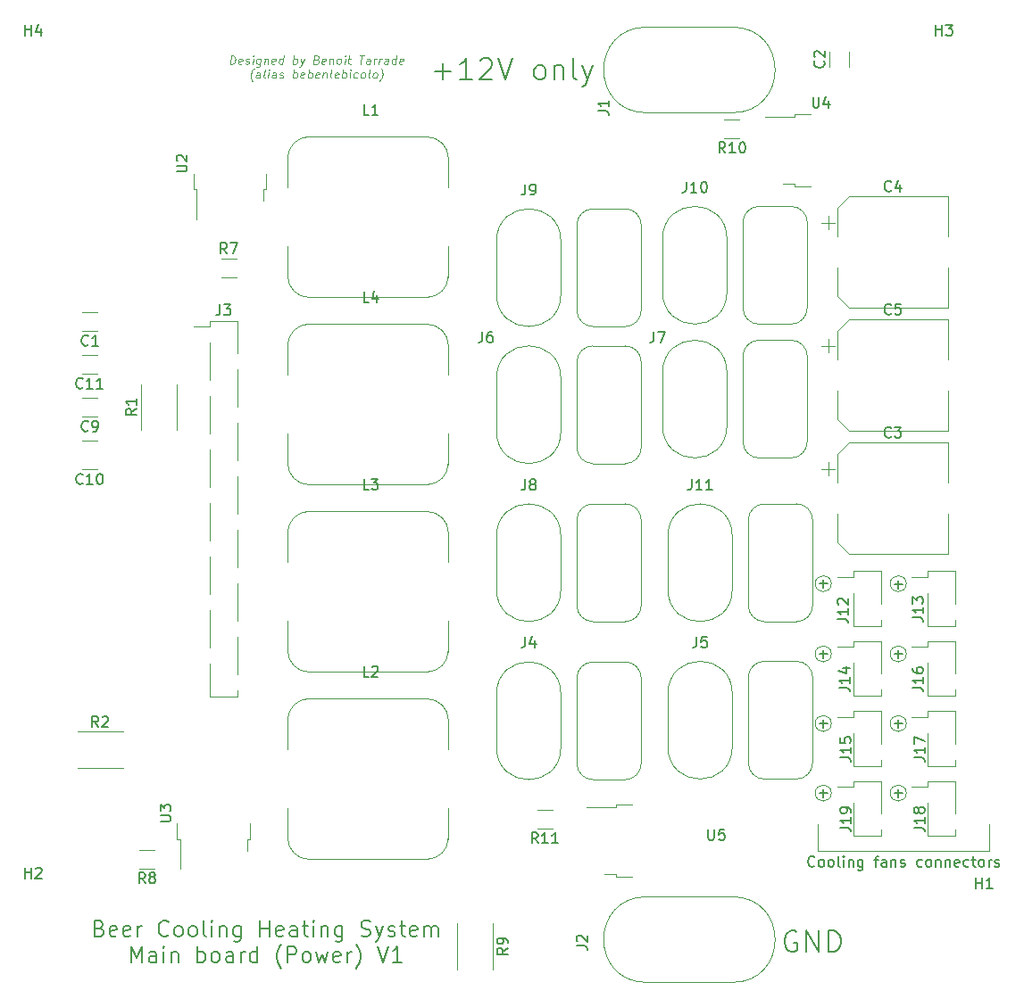
<source format=gbr>
%TF.GenerationSoftware,KiCad,Pcbnew,5.1.10*%
%TF.CreationDate,2021-09-10T11:09:33+02:00*%
%TF.ProjectId,PeltierSwitchingMainBoard,50656c74-6965-4725-9377-69746368696e,rev?*%
%TF.SameCoordinates,Original*%
%TF.FileFunction,Legend,Top*%
%TF.FilePolarity,Positive*%
%FSLAX46Y46*%
G04 Gerber Fmt 4.6, Leading zero omitted, Abs format (unit mm)*
G04 Created by KiCad (PCBNEW 5.1.10) date 2021-09-10 11:09:33*
%MOMM*%
%LPD*%
G01*
G04 APERTURE LIST*
%ADD10C,0.120000*%
%ADD11C,0.200000*%
%ADD12C,0.150000*%
%ADD13C,0.100000*%
G04 APERTURE END LIST*
D10*
X185023535Y-45167904D02*
X185123535Y-44367904D01*
X185314011Y-44367904D01*
X185423535Y-44406000D01*
X185490202Y-44482190D01*
X185518773Y-44558380D01*
X185537821Y-44710761D01*
X185523535Y-44825047D01*
X185466392Y-44977428D01*
X185418773Y-45053619D01*
X185333059Y-45129809D01*
X185214011Y-45167904D01*
X185023535Y-45167904D01*
X186133059Y-45129809D02*
X186052107Y-45167904D01*
X185899726Y-45167904D01*
X185828297Y-45129809D01*
X185799726Y-45053619D01*
X185837821Y-44748857D01*
X185885440Y-44672666D01*
X185966392Y-44634571D01*
X186118773Y-44634571D01*
X186190202Y-44672666D01*
X186218773Y-44748857D01*
X186209250Y-44825047D01*
X185818773Y-44901238D01*
X186475916Y-45129809D02*
X186547345Y-45167904D01*
X186699726Y-45167904D01*
X186780678Y-45129809D01*
X186828297Y-45053619D01*
X186833059Y-45015523D01*
X186804488Y-44939333D01*
X186733059Y-44901238D01*
X186618773Y-44901238D01*
X186547345Y-44863142D01*
X186518773Y-44786952D01*
X186523535Y-44748857D01*
X186571154Y-44672666D01*
X186652107Y-44634571D01*
X186766392Y-44634571D01*
X186837821Y-44672666D01*
X187156869Y-45167904D02*
X187223535Y-44634571D01*
X187256869Y-44367904D02*
X187214011Y-44406000D01*
X187247345Y-44444095D01*
X187290202Y-44406000D01*
X187256869Y-44367904D01*
X187247345Y-44444095D01*
X187947345Y-44634571D02*
X187866392Y-45282190D01*
X187818773Y-45358380D01*
X187775916Y-45396476D01*
X187694964Y-45434571D01*
X187580678Y-45434571D01*
X187509250Y-45396476D01*
X187885440Y-45129809D02*
X187804488Y-45167904D01*
X187652107Y-45167904D01*
X187580678Y-45129809D01*
X187547345Y-45091714D01*
X187518773Y-45015523D01*
X187547345Y-44786952D01*
X187594964Y-44710761D01*
X187637821Y-44672666D01*
X187718773Y-44634571D01*
X187871154Y-44634571D01*
X187942583Y-44672666D01*
X188328297Y-44634571D02*
X188261630Y-45167904D01*
X188318773Y-44710761D02*
X188361630Y-44672666D01*
X188442583Y-44634571D01*
X188556869Y-44634571D01*
X188628297Y-44672666D01*
X188656869Y-44748857D01*
X188604488Y-45167904D01*
X189294964Y-45129809D02*
X189214011Y-45167904D01*
X189061630Y-45167904D01*
X188990202Y-45129809D01*
X188961630Y-45053619D01*
X188999726Y-44748857D01*
X189047345Y-44672666D01*
X189128297Y-44634571D01*
X189280678Y-44634571D01*
X189352107Y-44672666D01*
X189380678Y-44748857D01*
X189371154Y-44825047D01*
X188980678Y-44901238D01*
X190014011Y-45167904D02*
X190114011Y-44367904D01*
X190018773Y-45129809D02*
X189937821Y-45167904D01*
X189785440Y-45167904D01*
X189714011Y-45129809D01*
X189680678Y-45091714D01*
X189652107Y-45015523D01*
X189680678Y-44786952D01*
X189728297Y-44710761D01*
X189771154Y-44672666D01*
X189852107Y-44634571D01*
X190004488Y-44634571D01*
X190075916Y-44672666D01*
X191004488Y-45167904D02*
X191104488Y-44367904D01*
X191066392Y-44672666D02*
X191147345Y-44634571D01*
X191299726Y-44634571D01*
X191371154Y-44672666D01*
X191404488Y-44710761D01*
X191433059Y-44786952D01*
X191404488Y-45015523D01*
X191356869Y-45091714D01*
X191314011Y-45129809D01*
X191233059Y-45167904D01*
X191080678Y-45167904D01*
X191009250Y-45129809D01*
X191718773Y-44634571D02*
X191842583Y-45167904D01*
X192099726Y-44634571D02*
X191842583Y-45167904D01*
X191742583Y-45358380D01*
X191699726Y-45396476D01*
X191618773Y-45434571D01*
X193266392Y-44748857D02*
X193375916Y-44786952D01*
X193409250Y-44825047D01*
X193437821Y-44901238D01*
X193423535Y-45015523D01*
X193375916Y-45091714D01*
X193333059Y-45129809D01*
X193252107Y-45167904D01*
X192947345Y-45167904D01*
X193047345Y-44367904D01*
X193314011Y-44367904D01*
X193385440Y-44406000D01*
X193418773Y-44444095D01*
X193447345Y-44520285D01*
X193437821Y-44596476D01*
X193390202Y-44672666D01*
X193347345Y-44710761D01*
X193266392Y-44748857D01*
X192999726Y-44748857D01*
X194056869Y-45129809D02*
X193975916Y-45167904D01*
X193823535Y-45167904D01*
X193752107Y-45129809D01*
X193723535Y-45053619D01*
X193761630Y-44748857D01*
X193809250Y-44672666D01*
X193890202Y-44634571D01*
X194042583Y-44634571D01*
X194114011Y-44672666D01*
X194142583Y-44748857D01*
X194133059Y-44825047D01*
X193742583Y-44901238D01*
X194499726Y-44634571D02*
X194433059Y-45167904D01*
X194490202Y-44710761D02*
X194533059Y-44672666D01*
X194614011Y-44634571D01*
X194728297Y-44634571D01*
X194799726Y-44672666D01*
X194828297Y-44748857D01*
X194775916Y-45167904D01*
X195271154Y-45167904D02*
X195199726Y-45129809D01*
X195166392Y-45091714D01*
X195137821Y-45015523D01*
X195166392Y-44786952D01*
X195214011Y-44710761D01*
X195256869Y-44672666D01*
X195337821Y-44634571D01*
X195452107Y-44634571D01*
X195523535Y-44672666D01*
X195556869Y-44710761D01*
X195585440Y-44786952D01*
X195556869Y-45015523D01*
X195509250Y-45091714D01*
X195466392Y-45129809D01*
X195385440Y-45167904D01*
X195271154Y-45167904D01*
X195880678Y-45167904D02*
X195947345Y-44634571D01*
X195980678Y-44367904D02*
X195937821Y-44406000D01*
X195971154Y-44444095D01*
X196014011Y-44406000D01*
X195980678Y-44367904D01*
X195971154Y-44444095D01*
X196214011Y-44634571D02*
X196518773Y-44634571D01*
X196361630Y-44367904D02*
X196275916Y-45053619D01*
X196304488Y-45129809D01*
X196375916Y-45167904D01*
X196452107Y-45167904D01*
X197314011Y-44367904D02*
X197771154Y-44367904D01*
X197442583Y-45167904D02*
X197542583Y-44367904D01*
X198280678Y-45167904D02*
X198333059Y-44748857D01*
X198304488Y-44672666D01*
X198233059Y-44634571D01*
X198080678Y-44634571D01*
X197999726Y-44672666D01*
X198285440Y-45129809D02*
X198204488Y-45167904D01*
X198014011Y-45167904D01*
X197942583Y-45129809D01*
X197914011Y-45053619D01*
X197923535Y-44977428D01*
X197971154Y-44901238D01*
X198052107Y-44863142D01*
X198242583Y-44863142D01*
X198323535Y-44825047D01*
X198661630Y-45167904D02*
X198728297Y-44634571D01*
X198709250Y-44786952D02*
X198756869Y-44710761D01*
X198799726Y-44672666D01*
X198880678Y-44634571D01*
X198956869Y-44634571D01*
X199156869Y-45167904D02*
X199223535Y-44634571D01*
X199204488Y-44786952D02*
X199252107Y-44710761D01*
X199294964Y-44672666D01*
X199375916Y-44634571D01*
X199452107Y-44634571D01*
X199994964Y-45167904D02*
X200047345Y-44748857D01*
X200018773Y-44672666D01*
X199947345Y-44634571D01*
X199794964Y-44634571D01*
X199714011Y-44672666D01*
X199999726Y-45129809D02*
X199918773Y-45167904D01*
X199728297Y-45167904D01*
X199656869Y-45129809D01*
X199628297Y-45053619D01*
X199637821Y-44977428D01*
X199685440Y-44901238D01*
X199766392Y-44863142D01*
X199956869Y-44863142D01*
X200037821Y-44825047D01*
X200718773Y-45167904D02*
X200818773Y-44367904D01*
X200723535Y-45129809D02*
X200642583Y-45167904D01*
X200490202Y-45167904D01*
X200418773Y-45129809D01*
X200385440Y-45091714D01*
X200356869Y-45015523D01*
X200385440Y-44786952D01*
X200433059Y-44710761D01*
X200475916Y-44672666D01*
X200556869Y-44634571D01*
X200709250Y-44634571D01*
X200780678Y-44672666D01*
X201409250Y-45129809D02*
X201328297Y-45167904D01*
X201175916Y-45167904D01*
X201104488Y-45129809D01*
X201075916Y-45053619D01*
X201114011Y-44748857D01*
X201161630Y-44672666D01*
X201242583Y-44634571D01*
X201394964Y-44634571D01*
X201466392Y-44672666D01*
X201494964Y-44748857D01*
X201485440Y-44825047D01*
X201094964Y-44901238D01*
X187156869Y-46792666D02*
X187123535Y-46754571D01*
X187061630Y-46640285D01*
X187033059Y-46564095D01*
X187009249Y-46449809D01*
X186994964Y-46259333D01*
X187014011Y-46106952D01*
X187075916Y-45916476D01*
X187128297Y-45802190D01*
X187175916Y-45726000D01*
X187266392Y-45611714D01*
X187309249Y-45573619D01*
X187842583Y-46487904D02*
X187894964Y-46068857D01*
X187866392Y-45992666D01*
X187794964Y-45954571D01*
X187642583Y-45954571D01*
X187561630Y-45992666D01*
X187847345Y-46449809D02*
X187766392Y-46487904D01*
X187575916Y-46487904D01*
X187504488Y-46449809D01*
X187475916Y-46373619D01*
X187485440Y-46297428D01*
X187533059Y-46221238D01*
X187614011Y-46183142D01*
X187804488Y-46183142D01*
X187885440Y-46145047D01*
X188337821Y-46487904D02*
X188266392Y-46449809D01*
X188237821Y-46373619D01*
X188323535Y-45687904D01*
X188642583Y-46487904D02*
X188709249Y-45954571D01*
X188742583Y-45687904D02*
X188699726Y-45726000D01*
X188733059Y-45764095D01*
X188775916Y-45726000D01*
X188742583Y-45687904D01*
X188733059Y-45764095D01*
X189366392Y-46487904D02*
X189418773Y-46068857D01*
X189390202Y-45992666D01*
X189318773Y-45954571D01*
X189166392Y-45954571D01*
X189085440Y-45992666D01*
X189371154Y-46449809D02*
X189290202Y-46487904D01*
X189099726Y-46487904D01*
X189028297Y-46449809D01*
X188999726Y-46373619D01*
X189009249Y-46297428D01*
X189056869Y-46221238D01*
X189137821Y-46183142D01*
X189328297Y-46183142D01*
X189409249Y-46145047D01*
X189714011Y-46449809D02*
X189785440Y-46487904D01*
X189937821Y-46487904D01*
X190018773Y-46449809D01*
X190066392Y-46373619D01*
X190071154Y-46335523D01*
X190042583Y-46259333D01*
X189971154Y-46221238D01*
X189856869Y-46221238D01*
X189785440Y-46183142D01*
X189756869Y-46106952D01*
X189761630Y-46068857D01*
X189809249Y-45992666D01*
X189890202Y-45954571D01*
X190004488Y-45954571D01*
X190075916Y-45992666D01*
X191004488Y-46487904D02*
X191104488Y-45687904D01*
X191066392Y-45992666D02*
X191147345Y-45954571D01*
X191299726Y-45954571D01*
X191371154Y-45992666D01*
X191404488Y-46030761D01*
X191433059Y-46106952D01*
X191404488Y-46335523D01*
X191356869Y-46411714D01*
X191314011Y-46449809D01*
X191233059Y-46487904D01*
X191080678Y-46487904D01*
X191009249Y-46449809D01*
X192037821Y-46449809D02*
X191956869Y-46487904D01*
X191804488Y-46487904D01*
X191733059Y-46449809D01*
X191704488Y-46373619D01*
X191742583Y-46068857D01*
X191790202Y-45992666D01*
X191871154Y-45954571D01*
X192023535Y-45954571D01*
X192094964Y-45992666D01*
X192123535Y-46068857D01*
X192114011Y-46145047D01*
X191723535Y-46221238D01*
X192414011Y-46487904D02*
X192514011Y-45687904D01*
X192475916Y-45992666D02*
X192556869Y-45954571D01*
X192709249Y-45954571D01*
X192780678Y-45992666D01*
X192814011Y-46030761D01*
X192842583Y-46106952D01*
X192814011Y-46335523D01*
X192766392Y-46411714D01*
X192723535Y-46449809D01*
X192642583Y-46487904D01*
X192490202Y-46487904D01*
X192418773Y-46449809D01*
X193447345Y-46449809D02*
X193366392Y-46487904D01*
X193214011Y-46487904D01*
X193142583Y-46449809D01*
X193114011Y-46373619D01*
X193152107Y-46068857D01*
X193199726Y-45992666D01*
X193280678Y-45954571D01*
X193433059Y-45954571D01*
X193504488Y-45992666D01*
X193533059Y-46068857D01*
X193523535Y-46145047D01*
X193133059Y-46221238D01*
X193890202Y-45954571D02*
X193823535Y-46487904D01*
X193880678Y-46030761D02*
X193923535Y-45992666D01*
X194004488Y-45954571D01*
X194118773Y-45954571D01*
X194190202Y-45992666D01*
X194218773Y-46068857D01*
X194166392Y-46487904D01*
X194661630Y-46487904D02*
X194590202Y-46449809D01*
X194561630Y-46373619D01*
X194647345Y-45687904D01*
X195275916Y-46449809D02*
X195194964Y-46487904D01*
X195042583Y-46487904D01*
X194971154Y-46449809D01*
X194942583Y-46373619D01*
X194980678Y-46068857D01*
X195028297Y-45992666D01*
X195109249Y-45954571D01*
X195261630Y-45954571D01*
X195333059Y-45992666D01*
X195361630Y-46068857D01*
X195352107Y-46145047D01*
X194961630Y-46221238D01*
X195652107Y-46487904D02*
X195752107Y-45687904D01*
X195714011Y-45992666D02*
X195794964Y-45954571D01*
X195947345Y-45954571D01*
X196018773Y-45992666D01*
X196052107Y-46030761D01*
X196080678Y-46106952D01*
X196052107Y-46335523D01*
X196004488Y-46411714D01*
X195961630Y-46449809D01*
X195880678Y-46487904D01*
X195728297Y-46487904D01*
X195656869Y-46449809D01*
X196375916Y-46487904D02*
X196442583Y-45954571D01*
X196475916Y-45687904D02*
X196433059Y-45726000D01*
X196466392Y-45764095D01*
X196509249Y-45726000D01*
X196475916Y-45687904D01*
X196466392Y-45764095D01*
X197104488Y-46449809D02*
X197023535Y-46487904D01*
X196871154Y-46487904D01*
X196799726Y-46449809D01*
X196766392Y-46411714D01*
X196737821Y-46335523D01*
X196766392Y-46106952D01*
X196814011Y-46030761D01*
X196856869Y-45992666D01*
X196937821Y-45954571D01*
X197090202Y-45954571D01*
X197161630Y-45992666D01*
X197556869Y-46487904D02*
X197485440Y-46449809D01*
X197452107Y-46411714D01*
X197423535Y-46335523D01*
X197452107Y-46106952D01*
X197499726Y-46030761D01*
X197542583Y-45992666D01*
X197623535Y-45954571D01*
X197737821Y-45954571D01*
X197809249Y-45992666D01*
X197842583Y-46030761D01*
X197871154Y-46106952D01*
X197842583Y-46335523D01*
X197794964Y-46411714D01*
X197752107Y-46449809D01*
X197671154Y-46487904D01*
X197556869Y-46487904D01*
X198280678Y-46487904D02*
X198209249Y-46449809D01*
X198180678Y-46373619D01*
X198266392Y-45687904D01*
X198699726Y-46487904D02*
X198628297Y-46449809D01*
X198594964Y-46411714D01*
X198566392Y-46335523D01*
X198594964Y-46106952D01*
X198642583Y-46030761D01*
X198685440Y-45992666D01*
X198766392Y-45954571D01*
X198880678Y-45954571D01*
X198952107Y-45992666D01*
X198985440Y-46030761D01*
X199014011Y-46106952D01*
X198985440Y-46335523D01*
X198937821Y-46411714D01*
X198894964Y-46449809D01*
X198814011Y-46487904D01*
X198699726Y-46487904D01*
X199194964Y-46792666D02*
X199237821Y-46754571D01*
X199328297Y-46640285D01*
X199375916Y-46564095D01*
X199428297Y-46449809D01*
X199490202Y-46259333D01*
X199509249Y-46106952D01*
X199494964Y-45916476D01*
X199471154Y-45802190D01*
X199442583Y-45726000D01*
X199380678Y-45611714D01*
X199347345Y-45573619D01*
D11*
X204455047Y-45862857D02*
X205978857Y-45862857D01*
X205216952Y-46624761D02*
X205216952Y-45100952D01*
X207978857Y-46624761D02*
X206836000Y-46624761D01*
X207407428Y-46624761D02*
X207407428Y-44624761D01*
X207216952Y-44910476D01*
X207026476Y-45100952D01*
X206836000Y-45196190D01*
X208740761Y-44815238D02*
X208836000Y-44720000D01*
X209026476Y-44624761D01*
X209502666Y-44624761D01*
X209693142Y-44720000D01*
X209788380Y-44815238D01*
X209883619Y-45005714D01*
X209883619Y-45196190D01*
X209788380Y-45481904D01*
X208645523Y-46624761D01*
X209883619Y-46624761D01*
X210455047Y-44624761D02*
X211121714Y-46624761D01*
X211788380Y-44624761D01*
X214264571Y-46624761D02*
X214074095Y-46529523D01*
X213978857Y-46434285D01*
X213883619Y-46243809D01*
X213883619Y-45672380D01*
X213978857Y-45481904D01*
X214074095Y-45386666D01*
X214264571Y-45291428D01*
X214550285Y-45291428D01*
X214740761Y-45386666D01*
X214836000Y-45481904D01*
X214931238Y-45672380D01*
X214931238Y-46243809D01*
X214836000Y-46434285D01*
X214740761Y-46529523D01*
X214550285Y-46624761D01*
X214264571Y-46624761D01*
X215788380Y-45291428D02*
X215788380Y-46624761D01*
X215788380Y-45481904D02*
X215883619Y-45386666D01*
X216074095Y-45291428D01*
X216359809Y-45291428D01*
X216550285Y-45386666D01*
X216645523Y-45577142D01*
X216645523Y-46624761D01*
X217883619Y-46624761D02*
X217693142Y-46529523D01*
X217597904Y-46339047D01*
X217597904Y-44624761D01*
X218455047Y-45291428D02*
X218931238Y-46624761D01*
X219407428Y-45291428D02*
X218931238Y-46624761D01*
X218740761Y-47100952D01*
X218645523Y-47196190D01*
X218455047Y-47291428D01*
X238760190Y-127524000D02*
X238569714Y-127428761D01*
X238284000Y-127428761D01*
X237998285Y-127524000D01*
X237807809Y-127714476D01*
X237712571Y-127904952D01*
X237617333Y-128285904D01*
X237617333Y-128571619D01*
X237712571Y-128952571D01*
X237807809Y-129143047D01*
X237998285Y-129333523D01*
X238284000Y-129428761D01*
X238474476Y-129428761D01*
X238760190Y-129333523D01*
X238855428Y-129238285D01*
X238855428Y-128571619D01*
X238474476Y-128571619D01*
X239712571Y-129428761D02*
X239712571Y-127428761D01*
X240855428Y-129428761D01*
X240855428Y-127428761D01*
X241807809Y-129428761D02*
X241807809Y-127428761D01*
X242284000Y-127428761D01*
X242569714Y-127524000D01*
X242760190Y-127714476D01*
X242855428Y-127904952D01*
X242950666Y-128285904D01*
X242950666Y-128571619D01*
X242855428Y-128952571D01*
X242760190Y-129143047D01*
X242569714Y-129333523D01*
X242284000Y-129428761D01*
X241807809Y-129428761D01*
X172682285Y-127191857D02*
X172896571Y-127263285D01*
X172968000Y-127334714D01*
X173039428Y-127477571D01*
X173039428Y-127691857D01*
X172968000Y-127834714D01*
X172896571Y-127906142D01*
X172753714Y-127977571D01*
X172182285Y-127977571D01*
X172182285Y-126477571D01*
X172682285Y-126477571D01*
X172825142Y-126549000D01*
X172896571Y-126620428D01*
X172968000Y-126763285D01*
X172968000Y-126906142D01*
X172896571Y-127049000D01*
X172825142Y-127120428D01*
X172682285Y-127191857D01*
X172182285Y-127191857D01*
X174253714Y-127906142D02*
X174110857Y-127977571D01*
X173825142Y-127977571D01*
X173682285Y-127906142D01*
X173610857Y-127763285D01*
X173610857Y-127191857D01*
X173682285Y-127049000D01*
X173825142Y-126977571D01*
X174110857Y-126977571D01*
X174253714Y-127049000D01*
X174325142Y-127191857D01*
X174325142Y-127334714D01*
X173610857Y-127477571D01*
X175539428Y-127906142D02*
X175396571Y-127977571D01*
X175110857Y-127977571D01*
X174968000Y-127906142D01*
X174896571Y-127763285D01*
X174896571Y-127191857D01*
X174968000Y-127049000D01*
X175110857Y-126977571D01*
X175396571Y-126977571D01*
X175539428Y-127049000D01*
X175610857Y-127191857D01*
X175610857Y-127334714D01*
X174896571Y-127477571D01*
X176253714Y-127977571D02*
X176253714Y-126977571D01*
X176253714Y-127263285D02*
X176325142Y-127120428D01*
X176396571Y-127049000D01*
X176539428Y-126977571D01*
X176682285Y-126977571D01*
X179182285Y-127834714D02*
X179110857Y-127906142D01*
X178896571Y-127977571D01*
X178753714Y-127977571D01*
X178539428Y-127906142D01*
X178396571Y-127763285D01*
X178325142Y-127620428D01*
X178253714Y-127334714D01*
X178253714Y-127120428D01*
X178325142Y-126834714D01*
X178396571Y-126691857D01*
X178539428Y-126549000D01*
X178753714Y-126477571D01*
X178896571Y-126477571D01*
X179110857Y-126549000D01*
X179182285Y-126620428D01*
X180039428Y-127977571D02*
X179896571Y-127906142D01*
X179825142Y-127834714D01*
X179753714Y-127691857D01*
X179753714Y-127263285D01*
X179825142Y-127120428D01*
X179896571Y-127049000D01*
X180039428Y-126977571D01*
X180253714Y-126977571D01*
X180396571Y-127049000D01*
X180468000Y-127120428D01*
X180539428Y-127263285D01*
X180539428Y-127691857D01*
X180468000Y-127834714D01*
X180396571Y-127906142D01*
X180253714Y-127977571D01*
X180039428Y-127977571D01*
X181396571Y-127977571D02*
X181253714Y-127906142D01*
X181182285Y-127834714D01*
X181110857Y-127691857D01*
X181110857Y-127263285D01*
X181182285Y-127120428D01*
X181253714Y-127049000D01*
X181396571Y-126977571D01*
X181610857Y-126977571D01*
X181753714Y-127049000D01*
X181825142Y-127120428D01*
X181896571Y-127263285D01*
X181896571Y-127691857D01*
X181825142Y-127834714D01*
X181753714Y-127906142D01*
X181610857Y-127977571D01*
X181396571Y-127977571D01*
X182753714Y-127977571D02*
X182610857Y-127906142D01*
X182539428Y-127763285D01*
X182539428Y-126477571D01*
X183325142Y-127977571D02*
X183325142Y-126977571D01*
X183325142Y-126477571D02*
X183253714Y-126549000D01*
X183325142Y-126620428D01*
X183396571Y-126549000D01*
X183325142Y-126477571D01*
X183325142Y-126620428D01*
X184039428Y-126977571D02*
X184039428Y-127977571D01*
X184039428Y-127120428D02*
X184110857Y-127049000D01*
X184253714Y-126977571D01*
X184468000Y-126977571D01*
X184610857Y-127049000D01*
X184682285Y-127191857D01*
X184682285Y-127977571D01*
X186039428Y-126977571D02*
X186039428Y-128191857D01*
X185968000Y-128334714D01*
X185896571Y-128406142D01*
X185753714Y-128477571D01*
X185539428Y-128477571D01*
X185396571Y-128406142D01*
X186039428Y-127906142D02*
X185896571Y-127977571D01*
X185610857Y-127977571D01*
X185468000Y-127906142D01*
X185396571Y-127834714D01*
X185325142Y-127691857D01*
X185325142Y-127263285D01*
X185396571Y-127120428D01*
X185468000Y-127049000D01*
X185610857Y-126977571D01*
X185896571Y-126977571D01*
X186039428Y-127049000D01*
X187896571Y-127977571D02*
X187896571Y-126477571D01*
X187896571Y-127191857D02*
X188753714Y-127191857D01*
X188753714Y-127977571D02*
X188753714Y-126477571D01*
X190039428Y-127906142D02*
X189896571Y-127977571D01*
X189610857Y-127977571D01*
X189468000Y-127906142D01*
X189396571Y-127763285D01*
X189396571Y-127191857D01*
X189468000Y-127049000D01*
X189610857Y-126977571D01*
X189896571Y-126977571D01*
X190039428Y-127049000D01*
X190110857Y-127191857D01*
X190110857Y-127334714D01*
X189396571Y-127477571D01*
X191396571Y-127977571D02*
X191396571Y-127191857D01*
X191325142Y-127049000D01*
X191182285Y-126977571D01*
X190896571Y-126977571D01*
X190753714Y-127049000D01*
X191396571Y-127906142D02*
X191253714Y-127977571D01*
X190896571Y-127977571D01*
X190753714Y-127906142D01*
X190682285Y-127763285D01*
X190682285Y-127620428D01*
X190753714Y-127477571D01*
X190896571Y-127406142D01*
X191253714Y-127406142D01*
X191396571Y-127334714D01*
X191896571Y-126977571D02*
X192468000Y-126977571D01*
X192110857Y-126477571D02*
X192110857Y-127763285D01*
X192182285Y-127906142D01*
X192325142Y-127977571D01*
X192468000Y-127977571D01*
X192968000Y-127977571D02*
X192968000Y-126977571D01*
X192968000Y-126477571D02*
X192896571Y-126549000D01*
X192968000Y-126620428D01*
X193039428Y-126549000D01*
X192968000Y-126477571D01*
X192968000Y-126620428D01*
X193682285Y-126977571D02*
X193682285Y-127977571D01*
X193682285Y-127120428D02*
X193753714Y-127049000D01*
X193896571Y-126977571D01*
X194110857Y-126977571D01*
X194253714Y-127049000D01*
X194325142Y-127191857D01*
X194325142Y-127977571D01*
X195682285Y-126977571D02*
X195682285Y-128191857D01*
X195610857Y-128334714D01*
X195539428Y-128406142D01*
X195396571Y-128477571D01*
X195182285Y-128477571D01*
X195039428Y-128406142D01*
X195682285Y-127906142D02*
X195539428Y-127977571D01*
X195253714Y-127977571D01*
X195110857Y-127906142D01*
X195039428Y-127834714D01*
X194968000Y-127691857D01*
X194968000Y-127263285D01*
X195039428Y-127120428D01*
X195110857Y-127049000D01*
X195253714Y-126977571D01*
X195539428Y-126977571D01*
X195682285Y-127049000D01*
X197468000Y-127906142D02*
X197682285Y-127977571D01*
X198039428Y-127977571D01*
X198182285Y-127906142D01*
X198253714Y-127834714D01*
X198325142Y-127691857D01*
X198325142Y-127549000D01*
X198253714Y-127406142D01*
X198182285Y-127334714D01*
X198039428Y-127263285D01*
X197753714Y-127191857D01*
X197610857Y-127120428D01*
X197539428Y-127049000D01*
X197468000Y-126906142D01*
X197468000Y-126763285D01*
X197539428Y-126620428D01*
X197610857Y-126549000D01*
X197753714Y-126477571D01*
X198110857Y-126477571D01*
X198325142Y-126549000D01*
X198825142Y-126977571D02*
X199182285Y-127977571D01*
X199539428Y-126977571D02*
X199182285Y-127977571D01*
X199039428Y-128334714D01*
X198968000Y-128406142D01*
X198825142Y-128477571D01*
X200039428Y-127906142D02*
X200182285Y-127977571D01*
X200468000Y-127977571D01*
X200610857Y-127906142D01*
X200682285Y-127763285D01*
X200682285Y-127691857D01*
X200610857Y-127549000D01*
X200468000Y-127477571D01*
X200253714Y-127477571D01*
X200110857Y-127406142D01*
X200039428Y-127263285D01*
X200039428Y-127191857D01*
X200110857Y-127049000D01*
X200253714Y-126977571D01*
X200468000Y-126977571D01*
X200610857Y-127049000D01*
X201110857Y-126977571D02*
X201682285Y-126977571D01*
X201325142Y-126477571D02*
X201325142Y-127763285D01*
X201396571Y-127906142D01*
X201539428Y-127977571D01*
X201682285Y-127977571D01*
X202753714Y-127906142D02*
X202610857Y-127977571D01*
X202325142Y-127977571D01*
X202182285Y-127906142D01*
X202110857Y-127763285D01*
X202110857Y-127191857D01*
X202182285Y-127049000D01*
X202325142Y-126977571D01*
X202610857Y-126977571D01*
X202753714Y-127049000D01*
X202825142Y-127191857D01*
X202825142Y-127334714D01*
X202110857Y-127477571D01*
X203468000Y-127977571D02*
X203468000Y-126977571D01*
X203468000Y-127120428D02*
X203539428Y-127049000D01*
X203682285Y-126977571D01*
X203896571Y-126977571D01*
X204039428Y-127049000D01*
X204110857Y-127191857D01*
X204110857Y-127977571D01*
X204110857Y-127191857D02*
X204182285Y-127049000D01*
X204325142Y-126977571D01*
X204539428Y-126977571D01*
X204682285Y-127049000D01*
X204753714Y-127191857D01*
X204753714Y-127977571D01*
X175682285Y-130427571D02*
X175682285Y-128927571D01*
X176182285Y-129999000D01*
X176682285Y-128927571D01*
X176682285Y-130427571D01*
X178039428Y-130427571D02*
X178039428Y-129641857D01*
X177968000Y-129499000D01*
X177825142Y-129427571D01*
X177539428Y-129427571D01*
X177396571Y-129499000D01*
X178039428Y-130356142D02*
X177896571Y-130427571D01*
X177539428Y-130427571D01*
X177396571Y-130356142D01*
X177325142Y-130213285D01*
X177325142Y-130070428D01*
X177396571Y-129927571D01*
X177539428Y-129856142D01*
X177896571Y-129856142D01*
X178039428Y-129784714D01*
X178753714Y-130427571D02*
X178753714Y-129427571D01*
X178753714Y-128927571D02*
X178682285Y-128999000D01*
X178753714Y-129070428D01*
X178825142Y-128999000D01*
X178753714Y-128927571D01*
X178753714Y-129070428D01*
X179468000Y-129427571D02*
X179468000Y-130427571D01*
X179468000Y-129570428D02*
X179539428Y-129499000D01*
X179682285Y-129427571D01*
X179896571Y-129427571D01*
X180039428Y-129499000D01*
X180110857Y-129641857D01*
X180110857Y-130427571D01*
X181968000Y-130427571D02*
X181968000Y-128927571D01*
X181968000Y-129499000D02*
X182110857Y-129427571D01*
X182396571Y-129427571D01*
X182539428Y-129499000D01*
X182610857Y-129570428D01*
X182682285Y-129713285D01*
X182682285Y-130141857D01*
X182610857Y-130284714D01*
X182539428Y-130356142D01*
X182396571Y-130427571D01*
X182110857Y-130427571D01*
X181968000Y-130356142D01*
X183539428Y-130427571D02*
X183396571Y-130356142D01*
X183325142Y-130284714D01*
X183253714Y-130141857D01*
X183253714Y-129713285D01*
X183325142Y-129570428D01*
X183396571Y-129499000D01*
X183539428Y-129427571D01*
X183753714Y-129427571D01*
X183896571Y-129499000D01*
X183968000Y-129570428D01*
X184039428Y-129713285D01*
X184039428Y-130141857D01*
X183968000Y-130284714D01*
X183896571Y-130356142D01*
X183753714Y-130427571D01*
X183539428Y-130427571D01*
X185325142Y-130427571D02*
X185325142Y-129641857D01*
X185253714Y-129499000D01*
X185110857Y-129427571D01*
X184825142Y-129427571D01*
X184682285Y-129499000D01*
X185325142Y-130356142D02*
X185182285Y-130427571D01*
X184825142Y-130427571D01*
X184682285Y-130356142D01*
X184610857Y-130213285D01*
X184610857Y-130070428D01*
X184682285Y-129927571D01*
X184825142Y-129856142D01*
X185182285Y-129856142D01*
X185325142Y-129784714D01*
X186039428Y-130427571D02*
X186039428Y-129427571D01*
X186039428Y-129713285D02*
X186110857Y-129570428D01*
X186182285Y-129499000D01*
X186325142Y-129427571D01*
X186468000Y-129427571D01*
X187610857Y-130427571D02*
X187610857Y-128927571D01*
X187610857Y-130356142D02*
X187468000Y-130427571D01*
X187182285Y-130427571D01*
X187039428Y-130356142D01*
X186968000Y-130284714D01*
X186896571Y-130141857D01*
X186896571Y-129713285D01*
X186968000Y-129570428D01*
X187039428Y-129499000D01*
X187182285Y-129427571D01*
X187468000Y-129427571D01*
X187610857Y-129499000D01*
X189896571Y-130999000D02*
X189825142Y-130927571D01*
X189682285Y-130713285D01*
X189610857Y-130570428D01*
X189539428Y-130356142D01*
X189468000Y-129999000D01*
X189468000Y-129713285D01*
X189539428Y-129356142D01*
X189610857Y-129141857D01*
X189682285Y-128999000D01*
X189825142Y-128784714D01*
X189896571Y-128713285D01*
X190468000Y-130427571D02*
X190468000Y-128927571D01*
X191039428Y-128927571D01*
X191182285Y-128999000D01*
X191253714Y-129070428D01*
X191325142Y-129213285D01*
X191325142Y-129427571D01*
X191253714Y-129570428D01*
X191182285Y-129641857D01*
X191039428Y-129713285D01*
X190468000Y-129713285D01*
X192182285Y-130427571D02*
X192039428Y-130356142D01*
X191968000Y-130284714D01*
X191896571Y-130141857D01*
X191896571Y-129713285D01*
X191968000Y-129570428D01*
X192039428Y-129499000D01*
X192182285Y-129427571D01*
X192396571Y-129427571D01*
X192539428Y-129499000D01*
X192610857Y-129570428D01*
X192682285Y-129713285D01*
X192682285Y-130141857D01*
X192610857Y-130284714D01*
X192539428Y-130356142D01*
X192396571Y-130427571D01*
X192182285Y-130427571D01*
X193182285Y-129427571D02*
X193468000Y-130427571D01*
X193753714Y-129713285D01*
X194039428Y-130427571D01*
X194325142Y-129427571D01*
X195468000Y-130356142D02*
X195325142Y-130427571D01*
X195039428Y-130427571D01*
X194896571Y-130356142D01*
X194825142Y-130213285D01*
X194825142Y-129641857D01*
X194896571Y-129499000D01*
X195039428Y-129427571D01*
X195325142Y-129427571D01*
X195468000Y-129499000D01*
X195539428Y-129641857D01*
X195539428Y-129784714D01*
X194825142Y-129927571D01*
X196182285Y-130427571D02*
X196182285Y-129427571D01*
X196182285Y-129713285D02*
X196253714Y-129570428D01*
X196325142Y-129499000D01*
X196468000Y-129427571D01*
X196610857Y-129427571D01*
X196968000Y-130999000D02*
X197039428Y-130927571D01*
X197182285Y-130713285D01*
X197253714Y-130570428D01*
X197325142Y-130356142D01*
X197396571Y-129999000D01*
X197396571Y-129713285D01*
X197325142Y-129356142D01*
X197253714Y-129141857D01*
X197182285Y-128999000D01*
X197039428Y-128784714D01*
X196968000Y-128713285D01*
X199039428Y-128927571D02*
X199539428Y-130427571D01*
X200039428Y-128927571D01*
X201325142Y-130427571D02*
X200468000Y-130427571D01*
X200896571Y-130427571D02*
X200896571Y-128927571D01*
X200753714Y-129141857D01*
X200610857Y-129284714D01*
X200468000Y-129356142D01*
D12*
X240467619Y-121261142D02*
X240420000Y-121308761D01*
X240277142Y-121356380D01*
X240181904Y-121356380D01*
X240039047Y-121308761D01*
X239943809Y-121213523D01*
X239896190Y-121118285D01*
X239848571Y-120927809D01*
X239848571Y-120784952D01*
X239896190Y-120594476D01*
X239943809Y-120499238D01*
X240039047Y-120404000D01*
X240181904Y-120356380D01*
X240277142Y-120356380D01*
X240420000Y-120404000D01*
X240467619Y-120451619D01*
X241039047Y-121356380D02*
X240943809Y-121308761D01*
X240896190Y-121261142D01*
X240848571Y-121165904D01*
X240848571Y-120880190D01*
X240896190Y-120784952D01*
X240943809Y-120737333D01*
X241039047Y-120689714D01*
X241181904Y-120689714D01*
X241277142Y-120737333D01*
X241324761Y-120784952D01*
X241372380Y-120880190D01*
X241372380Y-121165904D01*
X241324761Y-121261142D01*
X241277142Y-121308761D01*
X241181904Y-121356380D01*
X241039047Y-121356380D01*
X241943809Y-121356380D02*
X241848571Y-121308761D01*
X241800952Y-121261142D01*
X241753333Y-121165904D01*
X241753333Y-120880190D01*
X241800952Y-120784952D01*
X241848571Y-120737333D01*
X241943809Y-120689714D01*
X242086666Y-120689714D01*
X242181904Y-120737333D01*
X242229523Y-120784952D01*
X242277142Y-120880190D01*
X242277142Y-121165904D01*
X242229523Y-121261142D01*
X242181904Y-121308761D01*
X242086666Y-121356380D01*
X241943809Y-121356380D01*
X242848571Y-121356380D02*
X242753333Y-121308761D01*
X242705714Y-121213523D01*
X242705714Y-120356380D01*
X243229523Y-121356380D02*
X243229523Y-120689714D01*
X243229523Y-120356380D02*
X243181904Y-120404000D01*
X243229523Y-120451619D01*
X243277142Y-120404000D01*
X243229523Y-120356380D01*
X243229523Y-120451619D01*
X243705714Y-120689714D02*
X243705714Y-121356380D01*
X243705714Y-120784952D02*
X243753333Y-120737333D01*
X243848571Y-120689714D01*
X243991428Y-120689714D01*
X244086666Y-120737333D01*
X244134285Y-120832571D01*
X244134285Y-121356380D01*
X245039047Y-120689714D02*
X245039047Y-121499238D01*
X244991428Y-121594476D01*
X244943809Y-121642095D01*
X244848571Y-121689714D01*
X244705714Y-121689714D01*
X244610476Y-121642095D01*
X245039047Y-121308761D02*
X244943809Y-121356380D01*
X244753333Y-121356380D01*
X244658095Y-121308761D01*
X244610476Y-121261142D01*
X244562857Y-121165904D01*
X244562857Y-120880190D01*
X244610476Y-120784952D01*
X244658095Y-120737333D01*
X244753333Y-120689714D01*
X244943809Y-120689714D01*
X245039047Y-120737333D01*
X246134285Y-120689714D02*
X246515238Y-120689714D01*
X246277142Y-121356380D02*
X246277142Y-120499238D01*
X246324761Y-120404000D01*
X246420000Y-120356380D01*
X246515238Y-120356380D01*
X247277142Y-121356380D02*
X247277142Y-120832571D01*
X247229523Y-120737333D01*
X247134285Y-120689714D01*
X246943809Y-120689714D01*
X246848571Y-120737333D01*
X247277142Y-121308761D02*
X247181904Y-121356380D01*
X246943809Y-121356380D01*
X246848571Y-121308761D01*
X246800952Y-121213523D01*
X246800952Y-121118285D01*
X246848571Y-121023047D01*
X246943809Y-120975428D01*
X247181904Y-120975428D01*
X247277142Y-120927809D01*
X247753333Y-120689714D02*
X247753333Y-121356380D01*
X247753333Y-120784952D02*
X247800952Y-120737333D01*
X247896190Y-120689714D01*
X248039047Y-120689714D01*
X248134285Y-120737333D01*
X248181904Y-120832571D01*
X248181904Y-121356380D01*
X248610476Y-121308761D02*
X248705714Y-121356380D01*
X248896190Y-121356380D01*
X248991428Y-121308761D01*
X249039047Y-121213523D01*
X249039047Y-121165904D01*
X248991428Y-121070666D01*
X248896190Y-121023047D01*
X248753333Y-121023047D01*
X248658095Y-120975428D01*
X248610476Y-120880190D01*
X248610476Y-120832571D01*
X248658095Y-120737333D01*
X248753333Y-120689714D01*
X248896190Y-120689714D01*
X248991428Y-120737333D01*
X250658095Y-121308761D02*
X250562857Y-121356380D01*
X250372380Y-121356380D01*
X250277142Y-121308761D01*
X250229523Y-121261142D01*
X250181904Y-121165904D01*
X250181904Y-120880190D01*
X250229523Y-120784952D01*
X250277142Y-120737333D01*
X250372380Y-120689714D01*
X250562857Y-120689714D01*
X250658095Y-120737333D01*
X251229523Y-121356380D02*
X251134285Y-121308761D01*
X251086666Y-121261142D01*
X251039047Y-121165904D01*
X251039047Y-120880190D01*
X251086666Y-120784952D01*
X251134285Y-120737333D01*
X251229523Y-120689714D01*
X251372380Y-120689714D01*
X251467619Y-120737333D01*
X251515238Y-120784952D01*
X251562857Y-120880190D01*
X251562857Y-121165904D01*
X251515238Y-121261142D01*
X251467619Y-121308761D01*
X251372380Y-121356380D01*
X251229523Y-121356380D01*
X251991428Y-120689714D02*
X251991428Y-121356380D01*
X251991428Y-120784952D02*
X252039047Y-120737333D01*
X252134285Y-120689714D01*
X252277142Y-120689714D01*
X252372380Y-120737333D01*
X252419999Y-120832571D01*
X252419999Y-121356380D01*
X252896190Y-120689714D02*
X252896190Y-121356380D01*
X252896190Y-120784952D02*
X252943809Y-120737333D01*
X253039047Y-120689714D01*
X253181904Y-120689714D01*
X253277142Y-120737333D01*
X253324761Y-120832571D01*
X253324761Y-121356380D01*
X254181904Y-121308761D02*
X254086666Y-121356380D01*
X253896190Y-121356380D01*
X253800952Y-121308761D01*
X253753333Y-121213523D01*
X253753333Y-120832571D01*
X253800952Y-120737333D01*
X253896190Y-120689714D01*
X254086666Y-120689714D01*
X254181904Y-120737333D01*
X254229523Y-120832571D01*
X254229523Y-120927809D01*
X253753333Y-121023047D01*
X255086666Y-121308761D02*
X254991428Y-121356380D01*
X254800952Y-121356380D01*
X254705714Y-121308761D01*
X254658095Y-121261142D01*
X254610476Y-121165904D01*
X254610476Y-120880190D01*
X254658095Y-120784952D01*
X254705714Y-120737333D01*
X254800952Y-120689714D01*
X254991428Y-120689714D01*
X255086666Y-120737333D01*
X255372380Y-120689714D02*
X255753333Y-120689714D01*
X255515238Y-120356380D02*
X255515238Y-121213523D01*
X255562857Y-121308761D01*
X255658095Y-121356380D01*
X255753333Y-121356380D01*
X256229523Y-121356380D02*
X256134285Y-121308761D01*
X256086666Y-121261142D01*
X256039047Y-121165904D01*
X256039047Y-120880190D01*
X256086666Y-120784952D01*
X256134285Y-120737333D01*
X256229523Y-120689714D01*
X256372380Y-120689714D01*
X256467619Y-120737333D01*
X256515238Y-120784952D01*
X256562857Y-120880190D01*
X256562857Y-121165904D01*
X256515238Y-121261142D01*
X256467619Y-121308761D01*
X256372380Y-121356380D01*
X256229523Y-121356380D01*
X256991428Y-121356380D02*
X256991428Y-120689714D01*
X256991428Y-120880190D02*
X257039047Y-120784952D01*
X257086666Y-120737333D01*
X257181904Y-120689714D01*
X257277142Y-120689714D01*
X257562857Y-121308761D02*
X257658095Y-121356380D01*
X257848571Y-121356380D01*
X257943809Y-121308761D01*
X257991428Y-121213523D01*
X257991428Y-121165904D01*
X257943809Y-121070666D01*
X257848571Y-121023047D01*
X257705714Y-121023047D01*
X257610476Y-120975428D01*
X257562857Y-120880190D01*
X257562857Y-120832571D01*
X257610476Y-120737333D01*
X257705714Y-120689714D01*
X257848571Y-120689714D01*
X257943809Y-120737333D01*
D10*
X240792000Y-119888000D02*
X240792000Y-117348000D01*
X257048000Y-119888000D02*
X240792000Y-119888000D01*
X257048000Y-117348000D02*
X257048000Y-119888000D01*
D13*
X249174000Y-114363500D02*
G75*
G03*
X249174000Y-114363500I-762000J0D01*
G01*
X242062000Y-114363500D02*
G75*
G03*
X242062000Y-114363500I-762000J0D01*
G01*
X242062000Y-107759500D02*
G75*
G03*
X242062000Y-107759500I-762000J0D01*
G01*
X249174000Y-107759500D02*
G75*
G03*
X249174000Y-107759500I-762000J0D01*
G01*
X249174000Y-101155500D02*
G75*
G03*
X249174000Y-101155500I-762000J0D01*
G01*
X249174000Y-94488000D02*
G75*
G03*
X249174000Y-94488000I-762000J0D01*
G01*
X242062000Y-101155500D02*
G75*
G03*
X242062000Y-101155500I-762000J0D01*
G01*
X242062000Y-94488000D02*
G75*
G03*
X242062000Y-94488000I-762000J0D01*
G01*
D12*
X248031047Y-94559428D02*
X248792952Y-94559428D01*
X248412000Y-94940380D02*
X248412000Y-94178476D01*
X240919047Y-94495928D02*
X241680952Y-94495928D01*
X241300000Y-94876880D02*
X241300000Y-94114976D01*
X240919047Y-101163428D02*
X241680952Y-101163428D01*
X241300000Y-101544380D02*
X241300000Y-100782476D01*
X248031047Y-101163428D02*
X248792952Y-101163428D01*
X248412000Y-101544380D02*
X248412000Y-100782476D01*
X248031047Y-107767428D02*
X248792952Y-107767428D01*
X248412000Y-108148380D02*
X248412000Y-107386476D01*
X248031047Y-114371428D02*
X248792952Y-114371428D01*
X248412000Y-114752380D02*
X248412000Y-113990476D01*
X240919047Y-114371428D02*
X241680952Y-114371428D01*
X241300000Y-114752380D02*
X241300000Y-113990476D01*
X240919047Y-107767428D02*
X241680952Y-107767428D01*
X241300000Y-108148380D02*
X241300000Y-107386476D01*
D10*
%TO.C,J19*%
X244161000Y-113224000D02*
X246821000Y-113224000D01*
X244161000Y-118424000D02*
X246821000Y-118424000D01*
X246821000Y-113224000D02*
X246821000Y-116334000D01*
X244161000Y-113794000D02*
X242641000Y-113794000D01*
X244161000Y-113224000D02*
X244161000Y-113794000D01*
X246821000Y-117854000D02*
X246821000Y-118424000D01*
X244161000Y-115314000D02*
X244161000Y-118424000D01*
%TO.C,J18*%
X251146000Y-113224000D02*
X253806000Y-113224000D01*
X251146000Y-118424000D02*
X253806000Y-118424000D01*
X253806000Y-113224000D02*
X253806000Y-116334000D01*
X251146000Y-113794000D02*
X249626000Y-113794000D01*
X251146000Y-113224000D02*
X251146000Y-113794000D01*
X253806000Y-117854000D02*
X253806000Y-118424000D01*
X251146000Y-115314000D02*
X251146000Y-118424000D01*
%TO.C,J17*%
X251146000Y-106577666D02*
X253806000Y-106577666D01*
X251146000Y-111777666D02*
X253806000Y-111777666D01*
X253806000Y-106577666D02*
X253806000Y-109687666D01*
X251146000Y-107147666D02*
X249626000Y-107147666D01*
X251146000Y-106577666D02*
X251146000Y-107147666D01*
X253806000Y-111207666D02*
X253806000Y-111777666D01*
X251146000Y-108667666D02*
X251146000Y-111777666D01*
%TO.C,J16*%
X251146000Y-99931333D02*
X253806000Y-99931333D01*
X251146000Y-105131333D02*
X253806000Y-105131333D01*
X253806000Y-99931333D02*
X253806000Y-103041333D01*
X251146000Y-100501333D02*
X249626000Y-100501333D01*
X251146000Y-99931333D02*
X251146000Y-100501333D01*
X253806000Y-104561333D02*
X253806000Y-105131333D01*
X251146000Y-102021333D02*
X251146000Y-105131333D01*
%TO.C,J15*%
X244161000Y-106577666D02*
X246821000Y-106577666D01*
X244161000Y-111777666D02*
X246821000Y-111777666D01*
X246821000Y-106577666D02*
X246821000Y-109687666D01*
X244161000Y-107147666D02*
X242641000Y-107147666D01*
X244161000Y-106577666D02*
X244161000Y-107147666D01*
X246821000Y-111207666D02*
X246821000Y-111777666D01*
X244161000Y-108667666D02*
X244161000Y-111777666D01*
%TO.C,J14*%
X244161000Y-99931333D02*
X246821000Y-99931333D01*
X244161000Y-105131333D02*
X246821000Y-105131333D01*
X246821000Y-99931333D02*
X246821000Y-103041333D01*
X244161000Y-100501333D02*
X242641000Y-100501333D01*
X244161000Y-99931333D02*
X244161000Y-100501333D01*
X246821000Y-104561333D02*
X246821000Y-105131333D01*
X244161000Y-102021333D02*
X244161000Y-105131333D01*
%TO.C,J13*%
X251146000Y-93285000D02*
X253806000Y-93285000D01*
X251146000Y-98485000D02*
X253806000Y-98485000D01*
X253806000Y-93285000D02*
X253806000Y-96395000D01*
X251146000Y-93855000D02*
X249626000Y-93855000D01*
X251146000Y-93285000D02*
X251146000Y-93855000D01*
X253806000Y-97915000D02*
X253806000Y-98485000D01*
X251146000Y-95375000D02*
X251146000Y-98485000D01*
%TO.C,J12*%
X244161000Y-93285000D02*
X246821000Y-93285000D01*
X244161000Y-98485000D02*
X246821000Y-98485000D01*
X246821000Y-93285000D02*
X246821000Y-96395000D01*
X244161000Y-93855000D02*
X242641000Y-93855000D01*
X244161000Y-93285000D02*
X244161000Y-93855000D01*
X246821000Y-97915000D02*
X246821000Y-98485000D01*
X244161000Y-95375000D02*
X244161000Y-98485000D01*
%TO.C,C4*%
X253164000Y-68252000D02*
X253164000Y-64502000D01*
X253164000Y-57732000D02*
X253164000Y-61482000D01*
X243708437Y-57732000D02*
X253164000Y-57732000D01*
X243708437Y-68252000D02*
X253164000Y-68252000D01*
X242644000Y-67187563D02*
X242644000Y-64502000D01*
X242644000Y-58796437D02*
X242644000Y-61482000D01*
X242644000Y-58796437D02*
X243708437Y-57732000D01*
X242644000Y-67187563D02*
X243708437Y-68252000D01*
X241154000Y-60232000D02*
X242404000Y-60232000D01*
X241779000Y-59607000D02*
X241779000Y-60857000D01*
%TO.C,C5*%
X253164000Y-79936000D02*
X253164000Y-76186000D01*
X253164000Y-69416000D02*
X253164000Y-73166000D01*
X243708437Y-69416000D02*
X253164000Y-69416000D01*
X243708437Y-79936000D02*
X253164000Y-79936000D01*
X242644000Y-78871563D02*
X242644000Y-76186000D01*
X242644000Y-70480437D02*
X242644000Y-73166000D01*
X242644000Y-70480437D02*
X243708437Y-69416000D01*
X242644000Y-78871563D02*
X243708437Y-79936000D01*
X241154000Y-71916000D02*
X242404000Y-71916000D01*
X241779000Y-71291000D02*
X241779000Y-72541000D01*
%TO.C,C3*%
X253164000Y-91620000D02*
X253164000Y-87870000D01*
X253164000Y-81100000D02*
X253164000Y-84850000D01*
X243708437Y-81100000D02*
X253164000Y-81100000D01*
X243708437Y-91620000D02*
X253164000Y-91620000D01*
X242644000Y-90555563D02*
X242644000Y-87870000D01*
X242644000Y-82164437D02*
X242644000Y-84850000D01*
X242644000Y-82164437D02*
X243708437Y-81100000D01*
X242644000Y-90555563D02*
X243708437Y-91620000D01*
X241154000Y-83600000D02*
X242404000Y-83600000D01*
X241779000Y-82975000D02*
X241779000Y-84225000D01*
%TO.C,R2*%
X170542936Y-111946000D02*
X174897064Y-111946000D01*
X170542936Y-108526000D02*
X174897064Y-108526000D01*
%TO.C,R1*%
X180018000Y-79901064D02*
X180018000Y-75546936D01*
X176598000Y-79901064D02*
X176598000Y-75546936D01*
%TO.C,C11*%
X172415252Y-74570000D02*
X170992748Y-74570000D01*
X172415252Y-72750000D02*
X170992748Y-72750000D01*
%TO.C,C10*%
X172415252Y-83656000D02*
X170992748Y-83656000D01*
X172415252Y-80936000D02*
X170992748Y-80936000D01*
%TO.C,C9*%
X172453752Y-78634000D02*
X171031248Y-78634000D01*
X172453752Y-76814000D02*
X171031248Y-76814000D01*
%TO.C,C1*%
X172453752Y-70506000D02*
X171031248Y-70506000D01*
X172453752Y-68686000D02*
X171031248Y-68686000D01*
%TO.C,J3*%
X183074000Y-69536000D02*
X185734000Y-69536000D01*
X183074000Y-105216000D02*
X185734000Y-105216000D01*
X185734000Y-69536000D02*
X185734000Y-72646000D01*
X183074000Y-70106000D02*
X181554000Y-70106000D01*
X183074000Y-69536000D02*
X183074000Y-70106000D01*
X185734000Y-104646000D02*
X185734000Y-105216000D01*
X185734000Y-74166000D02*
X185734000Y-77726000D01*
X185734000Y-79246000D02*
X185734000Y-82806000D01*
X185734000Y-84326000D02*
X185734000Y-87886000D01*
X185734000Y-89406000D02*
X185734000Y-92966000D01*
X185734000Y-94486000D02*
X185734000Y-98046000D01*
X185734000Y-99566000D02*
X185734000Y-103126000D01*
X183074000Y-71626000D02*
X183074000Y-75186000D01*
X183074000Y-76706000D02*
X183074000Y-80266000D01*
X183074000Y-81786000D02*
X183074000Y-85346000D01*
X183074000Y-86866000D02*
X183074000Y-90426000D01*
X183074000Y-91946000D02*
X183074000Y-95506000D01*
X183074000Y-97026000D02*
X183074000Y-100586000D01*
X183074000Y-102106000D02*
X183074000Y-105216000D01*
%TO.C,U5*%
X221641000Y-122051000D02*
X220541000Y-122051000D01*
X221641000Y-122321000D02*
X221641000Y-122051000D01*
X223141000Y-122321000D02*
X221641000Y-122321000D01*
X221641000Y-115691000D02*
X218811000Y-115691000D01*
X221641000Y-115421000D02*
X221641000Y-115691000D01*
X223141000Y-115421000D02*
X221641000Y-115421000D01*
%TO.C,U4*%
X238611000Y-56521000D02*
X237511000Y-56521000D01*
X238611000Y-56791000D02*
X238611000Y-56521000D01*
X240111000Y-56791000D02*
X238611000Y-56791000D01*
X238611000Y-50161000D02*
X235781000Y-50161000D01*
X238611000Y-49891000D02*
X238611000Y-50161000D01*
X240111000Y-49891000D02*
X238611000Y-49891000D01*
%TO.C,U3*%
X186655000Y-118745000D02*
X186655000Y-119845000D01*
X186925000Y-118745000D02*
X186655000Y-118745000D01*
X186925000Y-117245000D02*
X186925000Y-118745000D01*
X180295000Y-118745000D02*
X180295000Y-121575000D01*
X180025000Y-118745000D02*
X180295000Y-118745000D01*
X180025000Y-117245000D02*
X180025000Y-118745000D01*
%TO.C,U2*%
X188180000Y-57070000D02*
X188180000Y-58170000D01*
X188450000Y-57070000D02*
X188180000Y-57070000D01*
X188450000Y-55570000D02*
X188450000Y-57070000D01*
X181820000Y-57070000D02*
X181820000Y-59900000D01*
X181550000Y-57070000D02*
X181820000Y-57070000D01*
X181550000Y-55570000D02*
X181550000Y-57070000D01*
%TO.C,R11*%
X215611064Y-117750000D02*
X214156936Y-117750000D01*
X215611064Y-115930000D02*
X214156936Y-115930000D01*
%TO.C,R10*%
X233365064Y-52218000D02*
X231910936Y-52218000D01*
X233365064Y-50398000D02*
X231910936Y-50398000D01*
%TO.C,R9*%
X209990000Y-126727936D02*
X209990000Y-131082064D01*
X206570000Y-126727936D02*
X206570000Y-131082064D01*
%TO.C,R8*%
X177892064Y-121560000D02*
X176437936Y-121560000D01*
X177892064Y-119740000D02*
X176437936Y-119740000D01*
%TO.C,R7*%
X184184936Y-63606000D02*
X185639064Y-63606000D01*
X184184936Y-65426000D02*
X185639064Y-65426000D01*
%TO.C,L4*%
X190500000Y-71726000D02*
X190500000Y-74676000D01*
X203870000Y-85090000D02*
X192370000Y-85090000D01*
X205740000Y-71776000D02*
X205740000Y-74676000D01*
X190500000Y-80270000D02*
X190500000Y-83170000D01*
X205740000Y-80270000D02*
X205740000Y-83170000D01*
X203708000Y-69850000D02*
X192208000Y-69850000D01*
X205740000Y-83058000D02*
G75*
G02*
X203708000Y-85090000I-2032000J0D01*
G01*
X192532000Y-85090000D02*
G75*
G02*
X190500000Y-83058000I0J2032000D01*
G01*
X190500000Y-71882000D02*
G75*
G02*
X192532000Y-69850000I2032000J0D01*
G01*
X203708000Y-69850000D02*
G75*
G02*
X205740000Y-71882000I0J-2032000D01*
G01*
%TO.C,L3*%
X190500000Y-89506000D02*
X190500000Y-92456000D01*
X203870000Y-102870000D02*
X192370000Y-102870000D01*
X205740000Y-89556000D02*
X205740000Y-92456000D01*
X190500000Y-98050000D02*
X190500000Y-100950000D01*
X205740000Y-98050000D02*
X205740000Y-100950000D01*
X203708000Y-87630000D02*
X192208000Y-87630000D01*
X205740000Y-100838000D02*
G75*
G02*
X203708000Y-102870000I-2032000J0D01*
G01*
X192532000Y-102870000D02*
G75*
G02*
X190500000Y-100838000I0J2032000D01*
G01*
X190500000Y-89662000D02*
G75*
G02*
X192532000Y-87630000I2032000J0D01*
G01*
X203708000Y-87630000D02*
G75*
G02*
X205740000Y-89662000I0J-2032000D01*
G01*
%TO.C,L2*%
X190500000Y-107286000D02*
X190500000Y-110236000D01*
X203870000Y-120650000D02*
X192370000Y-120650000D01*
X205740000Y-107336000D02*
X205740000Y-110236000D01*
X190500000Y-115830000D02*
X190500000Y-118730000D01*
X205740000Y-115830000D02*
X205740000Y-118730000D01*
X203708000Y-105410000D02*
X192208000Y-105410000D01*
X205740000Y-118618000D02*
G75*
G02*
X203708000Y-120650000I-2032000J0D01*
G01*
X192532000Y-120650000D02*
G75*
G02*
X190500000Y-118618000I0J2032000D01*
G01*
X190500000Y-107442000D02*
G75*
G02*
X192532000Y-105410000I2032000J0D01*
G01*
X203708000Y-105410000D02*
G75*
G02*
X205740000Y-107442000I0J-2032000D01*
G01*
%TO.C,L1*%
X190500000Y-53946000D02*
X190500000Y-56896000D01*
X203870000Y-67310000D02*
X192370000Y-67310000D01*
X205740000Y-53996000D02*
X205740000Y-56896000D01*
X190500000Y-62490000D02*
X190500000Y-65390000D01*
X205740000Y-62490000D02*
X205740000Y-65390000D01*
X203708000Y-52070000D02*
X192208000Y-52070000D01*
X205740000Y-65278000D02*
G75*
G02*
X203708000Y-67310000I-2032000J0D01*
G01*
X192532000Y-67310000D02*
G75*
G02*
X190500000Y-65278000I0J2032000D01*
G01*
X190500000Y-54102000D02*
G75*
G02*
X192532000Y-52070000I2032000J0D01*
G01*
X203708000Y-52070000D02*
G75*
G02*
X205740000Y-54102000I0J-2032000D01*
G01*
%TO.C,J11*%
X226568000Y-89960000D02*
X226568000Y-95040000D01*
X232664000Y-95040000D02*
X232664000Y-89960000D01*
X240284000Y-96564000D02*
X240284000Y-88436000D01*
X234188000Y-88436000D02*
X234188000Y-96564000D01*
X235712000Y-86912000D02*
X238760000Y-86912000D01*
X238760000Y-98088000D02*
X235712000Y-98088000D01*
X235712000Y-98088000D02*
G75*
G02*
X234188000Y-96564000I0J1524000D01*
G01*
X240284000Y-96564000D02*
G75*
G02*
X238760000Y-98088000I-1524000J0D01*
G01*
X234188000Y-88436000D02*
G75*
G02*
X235712000Y-86912000I1524000J0D01*
G01*
X238760000Y-86912000D02*
G75*
G02*
X240284000Y-88436000I0J-1524000D01*
G01*
X232664000Y-95040000D02*
G75*
G02*
X226568000Y-95040000I-3048000J0D01*
G01*
X226568000Y-89960000D02*
G75*
G02*
X232664000Y-89960000I3048000J0D01*
G01*
%TO.C,J10*%
X226060000Y-61722000D02*
X226060000Y-66802000D01*
X232156000Y-66802000D02*
X232156000Y-61722000D01*
X239776000Y-68326000D02*
X239776000Y-60198000D01*
X233680000Y-60198000D02*
X233680000Y-68326000D01*
X235204000Y-58674000D02*
X238252000Y-58674000D01*
X238252000Y-69850000D02*
X235204000Y-69850000D01*
X235204000Y-69850000D02*
G75*
G02*
X233680000Y-68326000I0J1524000D01*
G01*
X239776000Y-68326000D02*
G75*
G02*
X238252000Y-69850000I-1524000J0D01*
G01*
X233680000Y-60198000D02*
G75*
G02*
X235204000Y-58674000I1524000J0D01*
G01*
X238252000Y-58674000D02*
G75*
G02*
X239776000Y-60198000I0J-1524000D01*
G01*
X232156000Y-66802000D02*
G75*
G02*
X226060000Y-66802000I-3048000J0D01*
G01*
X226060000Y-61722000D02*
G75*
G02*
X232156000Y-61722000I3048000J0D01*
G01*
%TO.C,J9*%
X210312000Y-61950000D02*
X210312000Y-67030000D01*
X216408000Y-67030000D02*
X216408000Y-61950000D01*
X224028000Y-68554000D02*
X224028000Y-60426000D01*
X217932000Y-60426000D02*
X217932000Y-68554000D01*
X219456000Y-58902000D02*
X222504000Y-58902000D01*
X222504000Y-70078000D02*
X219456000Y-70078000D01*
X219456000Y-70078000D02*
G75*
G02*
X217932000Y-68554000I0J1524000D01*
G01*
X224028000Y-68554000D02*
G75*
G02*
X222504000Y-70078000I-1524000J0D01*
G01*
X217932000Y-60426000D02*
G75*
G02*
X219456000Y-58902000I1524000J0D01*
G01*
X222504000Y-58902000D02*
G75*
G02*
X224028000Y-60426000I0J-1524000D01*
G01*
X216408000Y-67030000D02*
G75*
G02*
X210312000Y-67030000I-3048000J0D01*
G01*
X210312000Y-61950000D02*
G75*
G02*
X216408000Y-61950000I3048000J0D01*
G01*
%TO.C,J8*%
X210312000Y-89960000D02*
X210312000Y-95040000D01*
X216408000Y-95040000D02*
X216408000Y-89960000D01*
X224028000Y-96564000D02*
X224028000Y-88436000D01*
X217932000Y-88436000D02*
X217932000Y-96564000D01*
X219456000Y-86912000D02*
X222504000Y-86912000D01*
X222504000Y-98088000D02*
X219456000Y-98088000D01*
X219456000Y-98088000D02*
G75*
G02*
X217932000Y-96564000I0J1524000D01*
G01*
X224028000Y-96564000D02*
G75*
G02*
X222504000Y-98088000I-1524000J0D01*
G01*
X217932000Y-88436000D02*
G75*
G02*
X219456000Y-86912000I1524000J0D01*
G01*
X222504000Y-86912000D02*
G75*
G02*
X224028000Y-88436000I0J-1524000D01*
G01*
X216408000Y-95040000D02*
G75*
G02*
X210312000Y-95040000I-3048000J0D01*
G01*
X210312000Y-89960000D02*
G75*
G02*
X216408000Y-89960000I3048000J0D01*
G01*
%TO.C,J7*%
X226060000Y-74422000D02*
X226060000Y-79502000D01*
X232156000Y-79502000D02*
X232156000Y-74422000D01*
X239776000Y-81026000D02*
X239776000Y-72898000D01*
X233680000Y-72898000D02*
X233680000Y-81026000D01*
X235204000Y-71374000D02*
X238252000Y-71374000D01*
X238252000Y-82550000D02*
X235204000Y-82550000D01*
X235204000Y-82550000D02*
G75*
G02*
X233680000Y-81026000I0J1524000D01*
G01*
X239776000Y-81026000D02*
G75*
G02*
X238252000Y-82550000I-1524000J0D01*
G01*
X233680000Y-72898000D02*
G75*
G02*
X235204000Y-71374000I1524000J0D01*
G01*
X238252000Y-71374000D02*
G75*
G02*
X239776000Y-72898000I0J-1524000D01*
G01*
X232156000Y-79502000D02*
G75*
G02*
X226060000Y-79502000I-3048000J0D01*
G01*
X226060000Y-74422000D02*
G75*
G02*
X232156000Y-74422000I3048000J0D01*
G01*
%TO.C,J6*%
X210312000Y-74960000D02*
X210312000Y-80040000D01*
X216408000Y-80040000D02*
X216408000Y-74960000D01*
X224028000Y-81564000D02*
X224028000Y-73436000D01*
X217932000Y-73436000D02*
X217932000Y-81564000D01*
X219456000Y-71912000D02*
X222504000Y-71912000D01*
X222504000Y-83088000D02*
X219456000Y-83088000D01*
X219456000Y-83088000D02*
G75*
G02*
X217932000Y-81564000I0J1524000D01*
G01*
X224028000Y-81564000D02*
G75*
G02*
X222504000Y-83088000I-1524000J0D01*
G01*
X217932000Y-73436000D02*
G75*
G02*
X219456000Y-71912000I1524000J0D01*
G01*
X222504000Y-71912000D02*
G75*
G02*
X224028000Y-73436000I0J-1524000D01*
G01*
X216408000Y-80040000D02*
G75*
G02*
X210312000Y-80040000I-3048000J0D01*
G01*
X210312000Y-74960000D02*
G75*
G02*
X216408000Y-74960000I3048000J0D01*
G01*
%TO.C,J5*%
X226568000Y-104902000D02*
X226568000Y-109982000D01*
X232664000Y-109982000D02*
X232664000Y-104902000D01*
X240284000Y-111506000D02*
X240284000Y-103378000D01*
X234188000Y-103378000D02*
X234188000Y-111506000D01*
X235712000Y-101854000D02*
X238760000Y-101854000D01*
X238760000Y-113030000D02*
X235712000Y-113030000D01*
X235712000Y-113030000D02*
G75*
G02*
X234188000Y-111506000I0J1524000D01*
G01*
X240284000Y-111506000D02*
G75*
G02*
X238760000Y-113030000I-1524000J0D01*
G01*
X234188000Y-103378000D02*
G75*
G02*
X235712000Y-101854000I1524000J0D01*
G01*
X238760000Y-101854000D02*
G75*
G02*
X240284000Y-103378000I0J-1524000D01*
G01*
X232664000Y-109982000D02*
G75*
G02*
X226568000Y-109982000I-3048000J0D01*
G01*
X226568000Y-104902000D02*
G75*
G02*
X232664000Y-104902000I3048000J0D01*
G01*
%TO.C,J4*%
X210312000Y-104960000D02*
X210312000Y-110040000D01*
X216408000Y-110040000D02*
X216408000Y-104960000D01*
X224028000Y-111564000D02*
X224028000Y-103436000D01*
X217932000Y-103436000D02*
X217932000Y-111564000D01*
X219456000Y-101912000D02*
X222504000Y-101912000D01*
X222504000Y-113088000D02*
X219456000Y-113088000D01*
X219456000Y-113088000D02*
G75*
G02*
X217932000Y-111564000I0J1524000D01*
G01*
X224028000Y-111564000D02*
G75*
G02*
X222504000Y-113088000I-1524000J0D01*
G01*
X217932000Y-103436000D02*
G75*
G02*
X219456000Y-101912000I1524000J0D01*
G01*
X222504000Y-101912000D02*
G75*
G02*
X224028000Y-103436000I0J-1524000D01*
G01*
X216408000Y-110040000D02*
G75*
G02*
X210312000Y-110040000I-3048000J0D01*
G01*
X210312000Y-104960000D02*
G75*
G02*
X216408000Y-104960000I3048000J0D01*
G01*
%TO.C,J2*%
X224536000Y-132334000D02*
X232918000Y-132334000D01*
X232918000Y-124206000D02*
X224536000Y-124206000D01*
X224536000Y-132334000D02*
G75*
G02*
X224536000Y-124206000I0J4064000D01*
G01*
X232664000Y-124206000D02*
G75*
G02*
X232664000Y-132334000I0J-4064000D01*
G01*
%TO.C,J1*%
X232664000Y-41656000D02*
X224282000Y-41656000D01*
X224282000Y-49784000D02*
X232664000Y-49784000D01*
X232664000Y-41656000D02*
G75*
G02*
X232664000Y-49784000I0J-4064000D01*
G01*
X224536000Y-49784000D02*
G75*
G02*
X224536000Y-41656000I0J4064000D01*
G01*
%TO.C,C2*%
X241914000Y-45415252D02*
X241914000Y-43992748D01*
X243734000Y-45415252D02*
X243734000Y-43992748D01*
%TO.C,J19*%
D12*
X242911380Y-117649523D02*
X243625666Y-117649523D01*
X243768523Y-117697142D01*
X243863761Y-117792380D01*
X243911380Y-117935238D01*
X243911380Y-118030476D01*
X243911380Y-116649523D02*
X243911380Y-117220952D01*
X243911380Y-116935238D02*
X242911380Y-116935238D01*
X243054238Y-117030476D01*
X243149476Y-117125714D01*
X243197095Y-117220952D01*
X243911380Y-116173333D02*
X243911380Y-115982857D01*
X243863761Y-115887619D01*
X243816142Y-115840000D01*
X243673285Y-115744761D01*
X243482809Y-115697142D01*
X243101857Y-115697142D01*
X243006619Y-115744761D01*
X242959000Y-115792380D01*
X242911380Y-115887619D01*
X242911380Y-116078095D01*
X242959000Y-116173333D01*
X243006619Y-116220952D01*
X243101857Y-116268571D01*
X243339952Y-116268571D01*
X243435190Y-116220952D01*
X243482809Y-116173333D01*
X243530428Y-116078095D01*
X243530428Y-115887619D01*
X243482809Y-115792380D01*
X243435190Y-115744761D01*
X243339952Y-115697142D01*
%TO.C,J18*%
X249896380Y-117649523D02*
X250610666Y-117649523D01*
X250753523Y-117697142D01*
X250848761Y-117792380D01*
X250896380Y-117935238D01*
X250896380Y-118030476D01*
X250896380Y-116649523D02*
X250896380Y-117220952D01*
X250896380Y-116935238D02*
X249896380Y-116935238D01*
X250039238Y-117030476D01*
X250134476Y-117125714D01*
X250182095Y-117220952D01*
X250324952Y-116078095D02*
X250277333Y-116173333D01*
X250229714Y-116220952D01*
X250134476Y-116268571D01*
X250086857Y-116268571D01*
X249991619Y-116220952D01*
X249944000Y-116173333D01*
X249896380Y-116078095D01*
X249896380Y-115887619D01*
X249944000Y-115792380D01*
X249991619Y-115744761D01*
X250086857Y-115697142D01*
X250134476Y-115697142D01*
X250229714Y-115744761D01*
X250277333Y-115792380D01*
X250324952Y-115887619D01*
X250324952Y-116078095D01*
X250372571Y-116173333D01*
X250420190Y-116220952D01*
X250515428Y-116268571D01*
X250705904Y-116268571D01*
X250801142Y-116220952D01*
X250848761Y-116173333D01*
X250896380Y-116078095D01*
X250896380Y-115887619D01*
X250848761Y-115792380D01*
X250801142Y-115744761D01*
X250705904Y-115697142D01*
X250515428Y-115697142D01*
X250420190Y-115744761D01*
X250372571Y-115792380D01*
X250324952Y-115887619D01*
%TO.C,J17*%
X249896380Y-111003189D02*
X250610666Y-111003189D01*
X250753523Y-111050808D01*
X250848761Y-111146046D01*
X250896380Y-111288904D01*
X250896380Y-111384142D01*
X250896380Y-110003189D02*
X250896380Y-110574618D01*
X250896380Y-110288904D02*
X249896380Y-110288904D01*
X250039238Y-110384142D01*
X250134476Y-110479380D01*
X250182095Y-110574618D01*
X249896380Y-109669856D02*
X249896380Y-109003189D01*
X250896380Y-109431761D01*
%TO.C,J16*%
X249769380Y-104356856D02*
X250483666Y-104356856D01*
X250626523Y-104404475D01*
X250721761Y-104499713D01*
X250769380Y-104642571D01*
X250769380Y-104737809D01*
X250769380Y-103356856D02*
X250769380Y-103928285D01*
X250769380Y-103642571D02*
X249769380Y-103642571D01*
X249912238Y-103737809D01*
X250007476Y-103833047D01*
X250055095Y-103928285D01*
X249769380Y-102499713D02*
X249769380Y-102690190D01*
X249817000Y-102785428D01*
X249864619Y-102833047D01*
X250007476Y-102928285D01*
X250197952Y-102975904D01*
X250578904Y-102975904D01*
X250674142Y-102928285D01*
X250721761Y-102880666D01*
X250769380Y-102785428D01*
X250769380Y-102594952D01*
X250721761Y-102499713D01*
X250674142Y-102452094D01*
X250578904Y-102404475D01*
X250340809Y-102404475D01*
X250245571Y-102452094D01*
X250197952Y-102499713D01*
X250150333Y-102594952D01*
X250150333Y-102785428D01*
X250197952Y-102880666D01*
X250245571Y-102928285D01*
X250340809Y-102975904D01*
%TO.C,J15*%
X242911380Y-111003189D02*
X243625666Y-111003189D01*
X243768523Y-111050808D01*
X243863761Y-111146046D01*
X243911380Y-111288904D01*
X243911380Y-111384142D01*
X243911380Y-110003189D02*
X243911380Y-110574618D01*
X243911380Y-110288904D02*
X242911380Y-110288904D01*
X243054238Y-110384142D01*
X243149476Y-110479380D01*
X243197095Y-110574618D01*
X242911380Y-109098427D02*
X242911380Y-109574618D01*
X243387571Y-109622237D01*
X243339952Y-109574618D01*
X243292333Y-109479380D01*
X243292333Y-109241285D01*
X243339952Y-109146046D01*
X243387571Y-109098427D01*
X243482809Y-109050808D01*
X243720904Y-109050808D01*
X243816142Y-109098427D01*
X243863761Y-109146046D01*
X243911380Y-109241285D01*
X243911380Y-109479380D01*
X243863761Y-109574618D01*
X243816142Y-109622237D01*
%TO.C,J14*%
X242784380Y-104356856D02*
X243498666Y-104356856D01*
X243641523Y-104404475D01*
X243736761Y-104499713D01*
X243784380Y-104642571D01*
X243784380Y-104737809D01*
X243784380Y-103356856D02*
X243784380Y-103928285D01*
X243784380Y-103642571D02*
X242784380Y-103642571D01*
X242927238Y-103737809D01*
X243022476Y-103833047D01*
X243070095Y-103928285D01*
X243117714Y-102499713D02*
X243784380Y-102499713D01*
X242736761Y-102737809D02*
X243451047Y-102975904D01*
X243451047Y-102356856D01*
%TO.C,J13*%
X249769380Y-97710523D02*
X250483666Y-97710523D01*
X250626523Y-97758142D01*
X250721761Y-97853380D01*
X250769380Y-97996238D01*
X250769380Y-98091476D01*
X250769380Y-96710523D02*
X250769380Y-97281952D01*
X250769380Y-96996238D02*
X249769380Y-96996238D01*
X249912238Y-97091476D01*
X250007476Y-97186714D01*
X250055095Y-97281952D01*
X249769380Y-96377190D02*
X249769380Y-95758142D01*
X250150333Y-96091476D01*
X250150333Y-95948619D01*
X250197952Y-95853380D01*
X250245571Y-95805761D01*
X250340809Y-95758142D01*
X250578904Y-95758142D01*
X250674142Y-95805761D01*
X250721761Y-95853380D01*
X250769380Y-95948619D01*
X250769380Y-96234333D01*
X250721761Y-96329571D01*
X250674142Y-96377190D01*
%TO.C,J12*%
X242657380Y-97837523D02*
X243371666Y-97837523D01*
X243514523Y-97885142D01*
X243609761Y-97980380D01*
X243657380Y-98123238D01*
X243657380Y-98218476D01*
X243657380Y-96837523D02*
X243657380Y-97408952D01*
X243657380Y-97123238D02*
X242657380Y-97123238D01*
X242800238Y-97218476D01*
X242895476Y-97313714D01*
X242943095Y-97408952D01*
X242752619Y-96456571D02*
X242705000Y-96408952D01*
X242657380Y-96313714D01*
X242657380Y-96075619D01*
X242705000Y-95980380D01*
X242752619Y-95932761D01*
X242847857Y-95885142D01*
X242943095Y-95885142D01*
X243085952Y-95932761D01*
X243657380Y-96504190D01*
X243657380Y-95885142D01*
%TO.C,C4*%
X247737333Y-57149142D02*
X247689714Y-57196761D01*
X247546857Y-57244380D01*
X247451619Y-57244380D01*
X247308761Y-57196761D01*
X247213523Y-57101523D01*
X247165904Y-57006285D01*
X247118285Y-56815809D01*
X247118285Y-56672952D01*
X247165904Y-56482476D01*
X247213523Y-56387238D01*
X247308761Y-56292000D01*
X247451619Y-56244380D01*
X247546857Y-56244380D01*
X247689714Y-56292000D01*
X247737333Y-56339619D01*
X248594476Y-56577714D02*
X248594476Y-57244380D01*
X248356380Y-56196761D02*
X248118285Y-56911047D01*
X248737333Y-56911047D01*
%TO.C,C5*%
X247737333Y-68833142D02*
X247689714Y-68880761D01*
X247546857Y-68928380D01*
X247451619Y-68928380D01*
X247308761Y-68880761D01*
X247213523Y-68785523D01*
X247165904Y-68690285D01*
X247118285Y-68499809D01*
X247118285Y-68356952D01*
X247165904Y-68166476D01*
X247213523Y-68071238D01*
X247308761Y-67976000D01*
X247451619Y-67928380D01*
X247546857Y-67928380D01*
X247689714Y-67976000D01*
X247737333Y-68023619D01*
X248642095Y-67928380D02*
X248165904Y-67928380D01*
X248118285Y-68404571D01*
X248165904Y-68356952D01*
X248261142Y-68309333D01*
X248499238Y-68309333D01*
X248594476Y-68356952D01*
X248642095Y-68404571D01*
X248689714Y-68499809D01*
X248689714Y-68737904D01*
X248642095Y-68833142D01*
X248594476Y-68880761D01*
X248499238Y-68928380D01*
X248261142Y-68928380D01*
X248165904Y-68880761D01*
X248118285Y-68833142D01*
%TO.C,C3*%
X247737333Y-80517142D02*
X247689714Y-80564761D01*
X247546857Y-80612380D01*
X247451619Y-80612380D01*
X247308761Y-80564761D01*
X247213523Y-80469523D01*
X247165904Y-80374285D01*
X247118285Y-80183809D01*
X247118285Y-80040952D01*
X247165904Y-79850476D01*
X247213523Y-79755238D01*
X247308761Y-79660000D01*
X247451619Y-79612380D01*
X247546857Y-79612380D01*
X247689714Y-79660000D01*
X247737333Y-79707619D01*
X248070666Y-79612380D02*
X248689714Y-79612380D01*
X248356380Y-79993333D01*
X248499238Y-79993333D01*
X248594476Y-80040952D01*
X248642095Y-80088571D01*
X248689714Y-80183809D01*
X248689714Y-80421904D01*
X248642095Y-80517142D01*
X248594476Y-80564761D01*
X248499238Y-80612380D01*
X248213523Y-80612380D01*
X248118285Y-80564761D01*
X248070666Y-80517142D01*
%TO.C,R2*%
X172553333Y-108068380D02*
X172220000Y-107592190D01*
X171981904Y-108068380D02*
X171981904Y-107068380D01*
X172362857Y-107068380D01*
X172458095Y-107116000D01*
X172505714Y-107163619D01*
X172553333Y-107258857D01*
X172553333Y-107401714D01*
X172505714Y-107496952D01*
X172458095Y-107544571D01*
X172362857Y-107592190D01*
X171981904Y-107592190D01*
X172934285Y-107163619D02*
X172981904Y-107116000D01*
X173077142Y-107068380D01*
X173315238Y-107068380D01*
X173410476Y-107116000D01*
X173458095Y-107163619D01*
X173505714Y-107258857D01*
X173505714Y-107354095D01*
X173458095Y-107496952D01*
X172886666Y-108068380D01*
X173505714Y-108068380D01*
%TO.C,R1*%
X176140380Y-77890666D02*
X175664190Y-78224000D01*
X176140380Y-78462095D02*
X175140380Y-78462095D01*
X175140380Y-78081142D01*
X175188000Y-77985904D01*
X175235619Y-77938285D01*
X175330857Y-77890666D01*
X175473714Y-77890666D01*
X175568952Y-77938285D01*
X175616571Y-77985904D01*
X175664190Y-78081142D01*
X175664190Y-78462095D01*
X176140380Y-76938285D02*
X176140380Y-77509714D01*
X176140380Y-77224000D02*
X175140380Y-77224000D01*
X175283238Y-77319238D01*
X175378476Y-77414476D01*
X175426095Y-77509714D01*
%TO.C,C11*%
X171061142Y-75867142D02*
X171013523Y-75914761D01*
X170870666Y-75962380D01*
X170775428Y-75962380D01*
X170632571Y-75914761D01*
X170537333Y-75819523D01*
X170489714Y-75724285D01*
X170442095Y-75533809D01*
X170442095Y-75390952D01*
X170489714Y-75200476D01*
X170537333Y-75105238D01*
X170632571Y-75010000D01*
X170775428Y-74962380D01*
X170870666Y-74962380D01*
X171013523Y-75010000D01*
X171061142Y-75057619D01*
X172013523Y-75962380D02*
X171442095Y-75962380D01*
X171727809Y-75962380D02*
X171727809Y-74962380D01*
X171632571Y-75105238D01*
X171537333Y-75200476D01*
X171442095Y-75248095D01*
X172965904Y-75962380D02*
X172394476Y-75962380D01*
X172680190Y-75962380D02*
X172680190Y-74962380D01*
X172584952Y-75105238D01*
X172489714Y-75200476D01*
X172394476Y-75248095D01*
%TO.C,C10*%
X171061142Y-84953142D02*
X171013523Y-85000761D01*
X170870666Y-85048380D01*
X170775428Y-85048380D01*
X170632571Y-85000761D01*
X170537333Y-84905523D01*
X170489714Y-84810285D01*
X170442095Y-84619809D01*
X170442095Y-84476952D01*
X170489714Y-84286476D01*
X170537333Y-84191238D01*
X170632571Y-84096000D01*
X170775428Y-84048380D01*
X170870666Y-84048380D01*
X171013523Y-84096000D01*
X171061142Y-84143619D01*
X172013523Y-85048380D02*
X171442095Y-85048380D01*
X171727809Y-85048380D02*
X171727809Y-84048380D01*
X171632571Y-84191238D01*
X171537333Y-84286476D01*
X171442095Y-84334095D01*
X172632571Y-84048380D02*
X172727809Y-84048380D01*
X172823047Y-84096000D01*
X172870666Y-84143619D01*
X172918285Y-84238857D01*
X172965904Y-84429333D01*
X172965904Y-84667428D01*
X172918285Y-84857904D01*
X172870666Y-84953142D01*
X172823047Y-85000761D01*
X172727809Y-85048380D01*
X172632571Y-85048380D01*
X172537333Y-85000761D01*
X172489714Y-84953142D01*
X172442095Y-84857904D01*
X172394476Y-84667428D01*
X172394476Y-84429333D01*
X172442095Y-84238857D01*
X172489714Y-84143619D01*
X172537333Y-84096000D01*
X172632571Y-84048380D01*
%TO.C,C9*%
X171575833Y-79931142D02*
X171528214Y-79978761D01*
X171385357Y-80026380D01*
X171290119Y-80026380D01*
X171147261Y-79978761D01*
X171052023Y-79883523D01*
X171004404Y-79788285D01*
X170956785Y-79597809D01*
X170956785Y-79454952D01*
X171004404Y-79264476D01*
X171052023Y-79169238D01*
X171147261Y-79074000D01*
X171290119Y-79026380D01*
X171385357Y-79026380D01*
X171528214Y-79074000D01*
X171575833Y-79121619D01*
X172052023Y-80026380D02*
X172242500Y-80026380D01*
X172337738Y-79978761D01*
X172385357Y-79931142D01*
X172480595Y-79788285D01*
X172528214Y-79597809D01*
X172528214Y-79216857D01*
X172480595Y-79121619D01*
X172432976Y-79074000D01*
X172337738Y-79026380D01*
X172147261Y-79026380D01*
X172052023Y-79074000D01*
X172004404Y-79121619D01*
X171956785Y-79216857D01*
X171956785Y-79454952D01*
X172004404Y-79550190D01*
X172052023Y-79597809D01*
X172147261Y-79645428D01*
X172337738Y-79645428D01*
X172432976Y-79597809D01*
X172480595Y-79550190D01*
X172528214Y-79454952D01*
%TO.C,C1*%
X171575833Y-71803142D02*
X171528214Y-71850761D01*
X171385357Y-71898380D01*
X171290119Y-71898380D01*
X171147261Y-71850761D01*
X171052023Y-71755523D01*
X171004404Y-71660285D01*
X170956785Y-71469809D01*
X170956785Y-71326952D01*
X171004404Y-71136476D01*
X171052023Y-71041238D01*
X171147261Y-70946000D01*
X171290119Y-70898380D01*
X171385357Y-70898380D01*
X171528214Y-70946000D01*
X171575833Y-70993619D01*
X172528214Y-71898380D02*
X171956785Y-71898380D01*
X172242500Y-71898380D02*
X172242500Y-70898380D01*
X172147261Y-71041238D01*
X172052023Y-71136476D01*
X171956785Y-71184095D01*
%TO.C,J3*%
X184070666Y-67988380D02*
X184070666Y-68702666D01*
X184023047Y-68845523D01*
X183927809Y-68940761D01*
X183784952Y-68988380D01*
X183689714Y-68988380D01*
X184451619Y-67988380D02*
X185070666Y-67988380D01*
X184737333Y-68369333D01*
X184880190Y-68369333D01*
X184975428Y-68416952D01*
X185023047Y-68464571D01*
X185070666Y-68559809D01*
X185070666Y-68797904D01*
X185023047Y-68893142D01*
X184975428Y-68940761D01*
X184880190Y-68988380D01*
X184594476Y-68988380D01*
X184499238Y-68940761D01*
X184451619Y-68893142D01*
%TO.C,H3*%
X251968095Y-42442380D02*
X251968095Y-41442380D01*
X251968095Y-41918571D02*
X252539523Y-41918571D01*
X252539523Y-42442380D02*
X252539523Y-41442380D01*
X252920476Y-41442380D02*
X253539523Y-41442380D01*
X253206190Y-41823333D01*
X253349047Y-41823333D01*
X253444285Y-41870952D01*
X253491904Y-41918571D01*
X253539523Y-42013809D01*
X253539523Y-42251904D01*
X253491904Y-42347142D01*
X253444285Y-42394761D01*
X253349047Y-42442380D01*
X253063333Y-42442380D01*
X252968095Y-42394761D01*
X252920476Y-42347142D01*
%TO.C,H4*%
X165608095Y-42442380D02*
X165608095Y-41442380D01*
X165608095Y-41918571D02*
X166179523Y-41918571D01*
X166179523Y-42442380D02*
X166179523Y-41442380D01*
X167084285Y-41775714D02*
X167084285Y-42442380D01*
X166846190Y-41394761D02*
X166608095Y-42109047D01*
X167227142Y-42109047D01*
%TO.C,H2*%
X165608095Y-122452380D02*
X165608095Y-121452380D01*
X165608095Y-121928571D02*
X166179523Y-121928571D01*
X166179523Y-122452380D02*
X166179523Y-121452380D01*
X166608095Y-121547619D02*
X166655714Y-121500000D01*
X166750952Y-121452380D01*
X166989047Y-121452380D01*
X167084285Y-121500000D01*
X167131904Y-121547619D01*
X167179523Y-121642857D01*
X167179523Y-121738095D01*
X167131904Y-121880952D01*
X166560476Y-122452380D01*
X167179523Y-122452380D01*
%TO.C,H1*%
X255778095Y-123388380D02*
X255778095Y-122388380D01*
X255778095Y-122864571D02*
X256349523Y-122864571D01*
X256349523Y-123388380D02*
X256349523Y-122388380D01*
X257349523Y-123388380D02*
X256778095Y-123388380D01*
X257063809Y-123388380D02*
X257063809Y-122388380D01*
X256968571Y-122531238D01*
X256873333Y-122626476D01*
X256778095Y-122674095D01*
%TO.C,U5*%
X230378095Y-117816380D02*
X230378095Y-118625904D01*
X230425714Y-118721142D01*
X230473333Y-118768761D01*
X230568571Y-118816380D01*
X230759047Y-118816380D01*
X230854285Y-118768761D01*
X230901904Y-118721142D01*
X230949523Y-118625904D01*
X230949523Y-117816380D01*
X231901904Y-117816380D02*
X231425714Y-117816380D01*
X231378095Y-118292571D01*
X231425714Y-118244952D01*
X231520952Y-118197333D01*
X231759047Y-118197333D01*
X231854285Y-118244952D01*
X231901904Y-118292571D01*
X231949523Y-118387809D01*
X231949523Y-118625904D01*
X231901904Y-118721142D01*
X231854285Y-118768761D01*
X231759047Y-118816380D01*
X231520952Y-118816380D01*
X231425714Y-118768761D01*
X231378095Y-118721142D01*
%TO.C,U4*%
X240319095Y-48293380D02*
X240319095Y-49102904D01*
X240366714Y-49198142D01*
X240414333Y-49245761D01*
X240509571Y-49293380D01*
X240700047Y-49293380D01*
X240795285Y-49245761D01*
X240842904Y-49198142D01*
X240890523Y-49102904D01*
X240890523Y-48293380D01*
X241795285Y-48626714D02*
X241795285Y-49293380D01*
X241557190Y-48245761D02*
X241319095Y-48960047D01*
X241938142Y-48960047D01*
%TO.C,U3*%
X178427380Y-117036904D02*
X179236904Y-117036904D01*
X179332142Y-116989285D01*
X179379761Y-116941666D01*
X179427380Y-116846428D01*
X179427380Y-116655952D01*
X179379761Y-116560714D01*
X179332142Y-116513095D01*
X179236904Y-116465476D01*
X178427380Y-116465476D01*
X178427380Y-116084523D02*
X178427380Y-115465476D01*
X178808333Y-115798809D01*
X178808333Y-115655952D01*
X178855952Y-115560714D01*
X178903571Y-115513095D01*
X178998809Y-115465476D01*
X179236904Y-115465476D01*
X179332142Y-115513095D01*
X179379761Y-115560714D01*
X179427380Y-115655952D01*
X179427380Y-115941666D01*
X179379761Y-116036904D01*
X179332142Y-116084523D01*
%TO.C,U2*%
X179952380Y-55361904D02*
X180761904Y-55361904D01*
X180857142Y-55314285D01*
X180904761Y-55266666D01*
X180952380Y-55171428D01*
X180952380Y-54980952D01*
X180904761Y-54885714D01*
X180857142Y-54838095D01*
X180761904Y-54790476D01*
X179952380Y-54790476D01*
X180047619Y-54361904D02*
X180000000Y-54314285D01*
X179952380Y-54219047D01*
X179952380Y-53980952D01*
X180000000Y-53885714D01*
X180047619Y-53838095D01*
X180142857Y-53790476D01*
X180238095Y-53790476D01*
X180380952Y-53838095D01*
X180952380Y-54409523D01*
X180952380Y-53790476D01*
%TO.C,R11*%
X214241142Y-119112380D02*
X213907809Y-118636190D01*
X213669714Y-119112380D02*
X213669714Y-118112380D01*
X214050666Y-118112380D01*
X214145904Y-118160000D01*
X214193523Y-118207619D01*
X214241142Y-118302857D01*
X214241142Y-118445714D01*
X214193523Y-118540952D01*
X214145904Y-118588571D01*
X214050666Y-118636190D01*
X213669714Y-118636190D01*
X215193523Y-119112380D02*
X214622095Y-119112380D01*
X214907809Y-119112380D02*
X214907809Y-118112380D01*
X214812571Y-118255238D01*
X214717333Y-118350476D01*
X214622095Y-118398095D01*
X216145904Y-119112380D02*
X215574476Y-119112380D01*
X215860190Y-119112380D02*
X215860190Y-118112380D01*
X215764952Y-118255238D01*
X215669714Y-118350476D01*
X215574476Y-118398095D01*
%TO.C,R10*%
X231995142Y-53580380D02*
X231661809Y-53104190D01*
X231423714Y-53580380D02*
X231423714Y-52580380D01*
X231804666Y-52580380D01*
X231899904Y-52628000D01*
X231947523Y-52675619D01*
X231995142Y-52770857D01*
X231995142Y-52913714D01*
X231947523Y-53008952D01*
X231899904Y-53056571D01*
X231804666Y-53104190D01*
X231423714Y-53104190D01*
X232947523Y-53580380D02*
X232376095Y-53580380D01*
X232661809Y-53580380D02*
X232661809Y-52580380D01*
X232566571Y-52723238D01*
X232471333Y-52818476D01*
X232376095Y-52866095D01*
X233566571Y-52580380D02*
X233661809Y-52580380D01*
X233757047Y-52628000D01*
X233804666Y-52675619D01*
X233852285Y-52770857D01*
X233899904Y-52961333D01*
X233899904Y-53199428D01*
X233852285Y-53389904D01*
X233804666Y-53485142D01*
X233757047Y-53532761D01*
X233661809Y-53580380D01*
X233566571Y-53580380D01*
X233471333Y-53532761D01*
X233423714Y-53485142D01*
X233376095Y-53389904D01*
X233328476Y-53199428D01*
X233328476Y-52961333D01*
X233376095Y-52770857D01*
X233423714Y-52675619D01*
X233471333Y-52628000D01*
X233566571Y-52580380D01*
%TO.C,R9*%
X211352380Y-129071666D02*
X210876190Y-129405000D01*
X211352380Y-129643095D02*
X210352380Y-129643095D01*
X210352380Y-129262142D01*
X210400000Y-129166904D01*
X210447619Y-129119285D01*
X210542857Y-129071666D01*
X210685714Y-129071666D01*
X210780952Y-129119285D01*
X210828571Y-129166904D01*
X210876190Y-129262142D01*
X210876190Y-129643095D01*
X211352380Y-128595476D02*
X211352380Y-128405000D01*
X211304761Y-128309761D01*
X211257142Y-128262142D01*
X211114285Y-128166904D01*
X210923809Y-128119285D01*
X210542857Y-128119285D01*
X210447619Y-128166904D01*
X210400000Y-128214523D01*
X210352380Y-128309761D01*
X210352380Y-128500238D01*
X210400000Y-128595476D01*
X210447619Y-128643095D01*
X210542857Y-128690714D01*
X210780952Y-128690714D01*
X210876190Y-128643095D01*
X210923809Y-128595476D01*
X210971428Y-128500238D01*
X210971428Y-128309761D01*
X210923809Y-128214523D01*
X210876190Y-128166904D01*
X210780952Y-128119285D01*
%TO.C,R8*%
X176998333Y-122922380D02*
X176665000Y-122446190D01*
X176426904Y-122922380D02*
X176426904Y-121922380D01*
X176807857Y-121922380D01*
X176903095Y-121970000D01*
X176950714Y-122017619D01*
X176998333Y-122112857D01*
X176998333Y-122255714D01*
X176950714Y-122350952D01*
X176903095Y-122398571D01*
X176807857Y-122446190D01*
X176426904Y-122446190D01*
X177569761Y-122350952D02*
X177474523Y-122303333D01*
X177426904Y-122255714D01*
X177379285Y-122160476D01*
X177379285Y-122112857D01*
X177426904Y-122017619D01*
X177474523Y-121970000D01*
X177569761Y-121922380D01*
X177760238Y-121922380D01*
X177855476Y-121970000D01*
X177903095Y-122017619D01*
X177950714Y-122112857D01*
X177950714Y-122160476D01*
X177903095Y-122255714D01*
X177855476Y-122303333D01*
X177760238Y-122350952D01*
X177569761Y-122350952D01*
X177474523Y-122398571D01*
X177426904Y-122446190D01*
X177379285Y-122541428D01*
X177379285Y-122731904D01*
X177426904Y-122827142D01*
X177474523Y-122874761D01*
X177569761Y-122922380D01*
X177760238Y-122922380D01*
X177855476Y-122874761D01*
X177903095Y-122827142D01*
X177950714Y-122731904D01*
X177950714Y-122541428D01*
X177903095Y-122446190D01*
X177855476Y-122398571D01*
X177760238Y-122350952D01*
%TO.C,R7*%
X184745333Y-63148380D02*
X184412000Y-62672190D01*
X184173904Y-63148380D02*
X184173904Y-62148380D01*
X184554857Y-62148380D01*
X184650095Y-62196000D01*
X184697714Y-62243619D01*
X184745333Y-62338857D01*
X184745333Y-62481714D01*
X184697714Y-62576952D01*
X184650095Y-62624571D01*
X184554857Y-62672190D01*
X184173904Y-62672190D01*
X185078666Y-62148380D02*
X185745333Y-62148380D01*
X185316761Y-63148380D01*
%TO.C,L4*%
X198207333Y-67762380D02*
X197731142Y-67762380D01*
X197731142Y-66762380D01*
X198969238Y-67095714D02*
X198969238Y-67762380D01*
X198731142Y-66714761D02*
X198493047Y-67429047D01*
X199112095Y-67429047D01*
%TO.C,L3*%
X198207333Y-85542380D02*
X197731142Y-85542380D01*
X197731142Y-84542380D01*
X198445428Y-84542380D02*
X199064476Y-84542380D01*
X198731142Y-84923333D01*
X198874000Y-84923333D01*
X198969238Y-84970952D01*
X199016857Y-85018571D01*
X199064476Y-85113809D01*
X199064476Y-85351904D01*
X199016857Y-85447142D01*
X198969238Y-85494761D01*
X198874000Y-85542380D01*
X198588285Y-85542380D01*
X198493047Y-85494761D01*
X198445428Y-85447142D01*
%TO.C,L2*%
X198207333Y-103322380D02*
X197731142Y-103322380D01*
X197731142Y-102322380D01*
X198493047Y-102417619D02*
X198540666Y-102370000D01*
X198635904Y-102322380D01*
X198874000Y-102322380D01*
X198969238Y-102370000D01*
X199016857Y-102417619D01*
X199064476Y-102512857D01*
X199064476Y-102608095D01*
X199016857Y-102750952D01*
X198445428Y-103322380D01*
X199064476Y-103322380D01*
%TO.C,L1*%
X198207333Y-49982380D02*
X197731142Y-49982380D01*
X197731142Y-48982380D01*
X199064476Y-49982380D02*
X198493047Y-49982380D01*
X198778761Y-49982380D02*
X198778761Y-48982380D01*
X198683523Y-49125238D01*
X198588285Y-49220476D01*
X198493047Y-49268095D01*
%TO.C,J11*%
X228806476Y-84586380D02*
X228806476Y-85300666D01*
X228758857Y-85443523D01*
X228663619Y-85538761D01*
X228520761Y-85586380D01*
X228425523Y-85586380D01*
X229806476Y-85586380D02*
X229235047Y-85586380D01*
X229520761Y-85586380D02*
X229520761Y-84586380D01*
X229425523Y-84729238D01*
X229330285Y-84824476D01*
X229235047Y-84872095D01*
X230758857Y-85586380D02*
X230187428Y-85586380D01*
X230473142Y-85586380D02*
X230473142Y-84586380D01*
X230377904Y-84729238D01*
X230282666Y-84824476D01*
X230187428Y-84872095D01*
%TO.C,J10*%
X228298476Y-56348380D02*
X228298476Y-57062666D01*
X228250857Y-57205523D01*
X228155619Y-57300761D01*
X228012761Y-57348380D01*
X227917523Y-57348380D01*
X229298476Y-57348380D02*
X228727047Y-57348380D01*
X229012761Y-57348380D02*
X229012761Y-56348380D01*
X228917523Y-56491238D01*
X228822285Y-56586476D01*
X228727047Y-56634095D01*
X229917523Y-56348380D02*
X230012761Y-56348380D01*
X230108000Y-56396000D01*
X230155619Y-56443619D01*
X230203238Y-56538857D01*
X230250857Y-56729333D01*
X230250857Y-56967428D01*
X230203238Y-57157904D01*
X230155619Y-57253142D01*
X230108000Y-57300761D01*
X230012761Y-57348380D01*
X229917523Y-57348380D01*
X229822285Y-57300761D01*
X229774666Y-57253142D01*
X229727047Y-57157904D01*
X229679428Y-56967428D01*
X229679428Y-56729333D01*
X229727047Y-56538857D01*
X229774666Y-56443619D01*
X229822285Y-56396000D01*
X229917523Y-56348380D01*
%TO.C,J9*%
X213026666Y-56576380D02*
X213026666Y-57290666D01*
X212979047Y-57433523D01*
X212883809Y-57528761D01*
X212740952Y-57576380D01*
X212645714Y-57576380D01*
X213550476Y-57576380D02*
X213740952Y-57576380D01*
X213836190Y-57528761D01*
X213883809Y-57481142D01*
X213979047Y-57338285D01*
X214026666Y-57147809D01*
X214026666Y-56766857D01*
X213979047Y-56671619D01*
X213931428Y-56624000D01*
X213836190Y-56576380D01*
X213645714Y-56576380D01*
X213550476Y-56624000D01*
X213502857Y-56671619D01*
X213455238Y-56766857D01*
X213455238Y-57004952D01*
X213502857Y-57100190D01*
X213550476Y-57147809D01*
X213645714Y-57195428D01*
X213836190Y-57195428D01*
X213931428Y-57147809D01*
X213979047Y-57100190D01*
X214026666Y-57004952D01*
%TO.C,J8*%
X213026666Y-84586380D02*
X213026666Y-85300666D01*
X212979047Y-85443523D01*
X212883809Y-85538761D01*
X212740952Y-85586380D01*
X212645714Y-85586380D01*
X213645714Y-85014952D02*
X213550476Y-84967333D01*
X213502857Y-84919714D01*
X213455238Y-84824476D01*
X213455238Y-84776857D01*
X213502857Y-84681619D01*
X213550476Y-84634000D01*
X213645714Y-84586380D01*
X213836190Y-84586380D01*
X213931428Y-84634000D01*
X213979047Y-84681619D01*
X214026666Y-84776857D01*
X214026666Y-84824476D01*
X213979047Y-84919714D01*
X213931428Y-84967333D01*
X213836190Y-85014952D01*
X213645714Y-85014952D01*
X213550476Y-85062571D01*
X213502857Y-85110190D01*
X213455238Y-85205428D01*
X213455238Y-85395904D01*
X213502857Y-85491142D01*
X213550476Y-85538761D01*
X213645714Y-85586380D01*
X213836190Y-85586380D01*
X213931428Y-85538761D01*
X213979047Y-85491142D01*
X214026666Y-85395904D01*
X214026666Y-85205428D01*
X213979047Y-85110190D01*
X213931428Y-85062571D01*
X213836190Y-85014952D01*
%TO.C,J7*%
X225218666Y-70572380D02*
X225218666Y-71286666D01*
X225171047Y-71429523D01*
X225075809Y-71524761D01*
X224932952Y-71572380D01*
X224837714Y-71572380D01*
X225599619Y-70572380D02*
X226266285Y-70572380D01*
X225837714Y-71572380D01*
%TO.C,J6*%
X208962666Y-70572380D02*
X208962666Y-71286666D01*
X208915047Y-71429523D01*
X208819809Y-71524761D01*
X208676952Y-71572380D01*
X208581714Y-71572380D01*
X209867428Y-70572380D02*
X209676952Y-70572380D01*
X209581714Y-70620000D01*
X209534095Y-70667619D01*
X209438857Y-70810476D01*
X209391238Y-71000952D01*
X209391238Y-71381904D01*
X209438857Y-71477142D01*
X209486476Y-71524761D01*
X209581714Y-71572380D01*
X209772190Y-71572380D01*
X209867428Y-71524761D01*
X209915047Y-71477142D01*
X209962666Y-71381904D01*
X209962666Y-71143809D01*
X209915047Y-71048571D01*
X209867428Y-71000952D01*
X209772190Y-70953333D01*
X209581714Y-70953333D01*
X209486476Y-71000952D01*
X209438857Y-71048571D01*
X209391238Y-71143809D01*
%TO.C,J5*%
X229282666Y-99528380D02*
X229282666Y-100242666D01*
X229235047Y-100385523D01*
X229139809Y-100480761D01*
X228996952Y-100528380D01*
X228901714Y-100528380D01*
X230235047Y-99528380D02*
X229758857Y-99528380D01*
X229711238Y-100004571D01*
X229758857Y-99956952D01*
X229854095Y-99909333D01*
X230092190Y-99909333D01*
X230187428Y-99956952D01*
X230235047Y-100004571D01*
X230282666Y-100099809D01*
X230282666Y-100337904D01*
X230235047Y-100433142D01*
X230187428Y-100480761D01*
X230092190Y-100528380D01*
X229854095Y-100528380D01*
X229758857Y-100480761D01*
X229711238Y-100433142D01*
%TO.C,J4*%
X213026666Y-99528380D02*
X213026666Y-100242666D01*
X212979047Y-100385523D01*
X212883809Y-100480761D01*
X212740952Y-100528380D01*
X212645714Y-100528380D01*
X213931428Y-99861714D02*
X213931428Y-100528380D01*
X213693333Y-99480761D02*
X213455238Y-100195047D01*
X214074285Y-100195047D01*
%TO.C,J2*%
X217892380Y-128857333D02*
X218606666Y-128857333D01*
X218749523Y-128904952D01*
X218844761Y-129000190D01*
X218892380Y-129143047D01*
X218892380Y-129238285D01*
X217987619Y-128428761D02*
X217940000Y-128381142D01*
X217892380Y-128285904D01*
X217892380Y-128047809D01*
X217940000Y-127952571D01*
X217987619Y-127904952D01*
X218082857Y-127857333D01*
X218178095Y-127857333D01*
X218320952Y-127904952D01*
X218892380Y-128476380D01*
X218892380Y-127857333D01*
%TO.C,J1*%
X219924380Y-49609333D02*
X220638666Y-49609333D01*
X220781523Y-49656952D01*
X220876761Y-49752190D01*
X220924380Y-49895047D01*
X220924380Y-49990285D01*
X220924380Y-48609333D02*
X220924380Y-49180761D01*
X220924380Y-48895047D02*
X219924380Y-48895047D01*
X220067238Y-48990285D01*
X220162476Y-49085523D01*
X220210095Y-49180761D01*
%TO.C,C2*%
X241331142Y-44870666D02*
X241378761Y-44918285D01*
X241426380Y-45061142D01*
X241426380Y-45156380D01*
X241378761Y-45299238D01*
X241283523Y-45394476D01*
X241188285Y-45442095D01*
X240997809Y-45489714D01*
X240854952Y-45489714D01*
X240664476Y-45442095D01*
X240569238Y-45394476D01*
X240474000Y-45299238D01*
X240426380Y-45156380D01*
X240426380Y-45061142D01*
X240474000Y-44918285D01*
X240521619Y-44870666D01*
X240521619Y-44489714D02*
X240474000Y-44442095D01*
X240426380Y-44346857D01*
X240426380Y-44108761D01*
X240474000Y-44013523D01*
X240521619Y-43965904D01*
X240616857Y-43918285D01*
X240712095Y-43918285D01*
X240854952Y-43965904D01*
X241426380Y-44537333D01*
X241426380Y-43918285D01*
%TD*%
M02*

</source>
